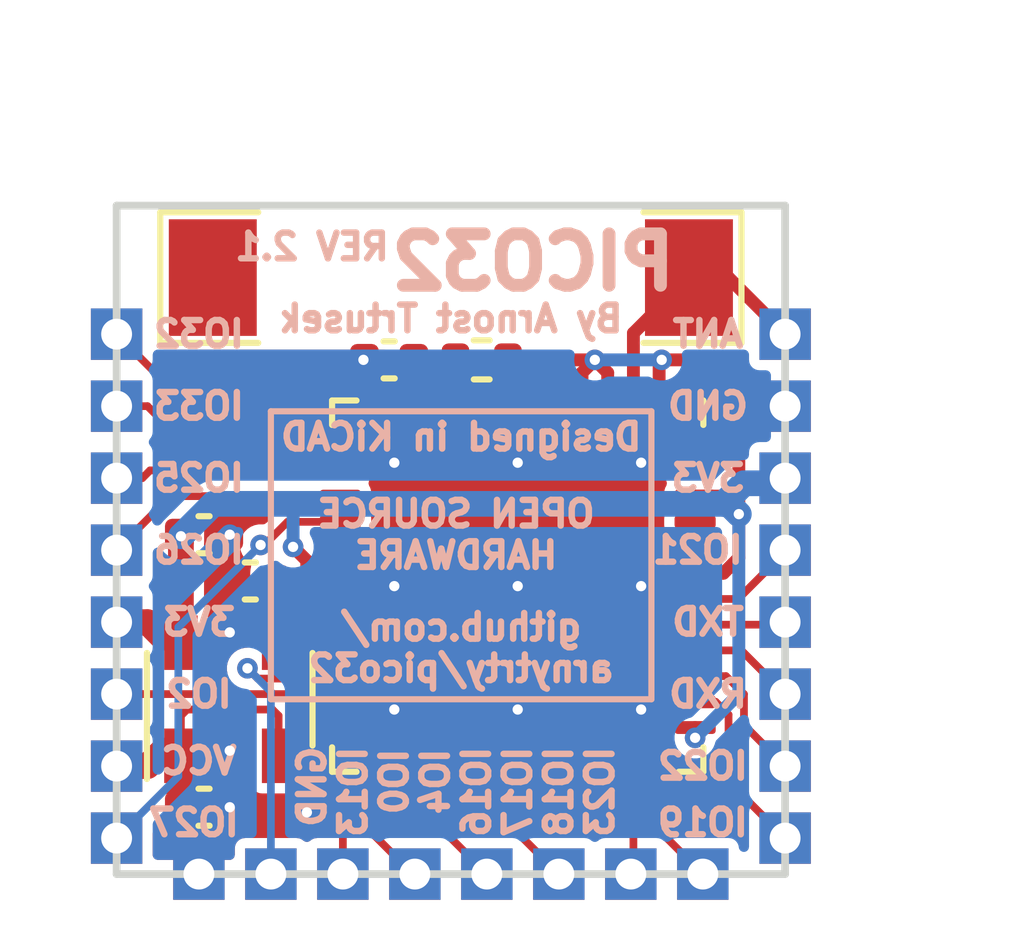
<source format=kicad_pcb>
(kicad_pcb (version 20171130) (host pcbnew "(5.1.9)-1")

  (general
    (thickness 0.8)
    (drawings 40)
    (tracks 148)
    (zones 0)
    (modules 32)
    (nets 46)
  )

  (page User 210.007 148.006)
  (title_block
    (title Pico32)
    (date 2021-05-23)
    (rev 2.2)
    (company "Arnošt Trtúšek")
  )

  (layers
    (0 F.Cu signal)
    (31 B.Cu signal)
    (32 B.Adhes user hide)
    (33 F.Adhes user hide)
    (34 B.Paste user hide)
    (35 F.Paste user hide)
    (36 B.SilkS user)
    (37 F.SilkS user)
    (38 B.Mask user)
    (39 F.Mask user)
    (40 Dwgs.User user)
    (41 Cmts.User user)
    (42 Eco1.User user hide)
    (43 Eco2.User user hide)
    (44 Edge.Cuts user)
    (45 Margin user hide)
    (46 B.CrtYd user hide)
    (47 F.CrtYd user hide)
    (48 B.Fab user hide)
    (49 F.Fab user hide)
  )

  (setup
    (last_trace_width 0.25)
    (user_trace_width 0.15)
    (user_trace_width 0.25)
    (user_trace_width 0.5)
    (trace_clearance 0.127)
    (zone_clearance 0.2)
    (zone_45_only no)
    (trace_min 0.127)
    (via_size 0.4)
    (via_drill 0.2)
    (via_min_size 0.4)
    (via_min_drill 0.2)
    (uvia_size 0.3)
    (uvia_drill 0.1)
    (uvias_allowed no)
    (uvia_min_size 0.2)
    (uvia_min_drill 0.1)
    (edge_width 0.05)
    (segment_width 0.2)
    (pcb_text_width 0.3)
    (pcb_text_size 1.5 1.5)
    (mod_edge_width 0.12)
    (mod_text_size 1 1)
    (mod_text_width 0.15)
    (pad_size 1 0.6)
    (pad_drill 0.6)
    (pad_to_mask_clearance 0)
    (aux_axis_origin 0 0)
    (visible_elements 7FFFFFFF)
    (pcbplotparams
      (layerselection 0x01030_7ffffffe)
      (usegerberextensions false)
      (usegerberattributes true)
      (usegerberadvancedattributes true)
      (creategerberjobfile true)
      (excludeedgelayer true)
      (linewidth 0.100000)
      (plotframeref false)
      (viasonmask false)
      (mode 1)
      (useauxorigin false)
      (hpglpennumber 1)
      (hpglpenspeed 20)
      (hpglpendiameter 15.000000)
      (psnegative false)
      (psa4output false)
      (plotreference true)
      (plotvalue true)
      (plotinvisibletext false)
      (padsonsilk false)
      (subtractmaskfromsilk false)
      (outputformat 3)
      (mirror false)
      (drillshape 0)
      (scaleselection 1)
      (outputdirectory ""))
  )

  (net 0 "")
  (net 1 "Net-(AE1-Pad1)")
  (net 2 GND)
  (net 3 VCC)
  (net 4 +3V3)
  (net 5 "Net-(C3-Pad1)")
  (net 6 "Net-(C4-Pad1)")
  (net 7 "Net-(U2-Pad48)")
  (net 8 "Net-(U2-Pad47)")
  (net 9 "Net-(U2-Pad45)")
  (net 10 "Net-(U2-Pad44)")
  (net 11 "Net-(U2-Pad34)")
  (net 12 "Net-(U2-Pad33)")
  (net 13 "Net-(U2-Pad32)")
  (net 14 "Net-(U2-Pad31)")
  (net 15 "Net-(U2-Pad30)")
  (net 16 "Net-(U2-Pad29)")
  (net 17 "Net-(U2-Pad28)")
  (net 18 "Net-(U2-Pad26)")
  (net 19 "Net-(U2-Pad21)")
  (net 20 "Net-(U2-Pad18)")
  (net 21 "Net-(U2-Pad17)")
  (net 22 "Net-(U2-Pad11)")
  (net 23 "Net-(U2-Pad10)")
  (net 24 "Net-(U2-Pad8)")
  (net 25 "Net-(U2-Pad7)")
  (net 26 "Net-(U2-Pad6)")
  (net 27 "Net-(U2-Pad5)")
  (net 28 TXD)
  (net 29 RXD)
  (net 30 IO0)
  (net 31 IO19)
  (net 32 IO21)
  (net 33 IO22)
  (net 34 IO23)
  (net 35 IO18)
  (net 36 IO17)
  (net 37 IO16)
  (net 38 IO4)
  (net 39 IO2)
  (net 40 IO13)
  (net 41 IO27)
  (net 42 IO26)
  (net 43 IO25)
  (net 44 IO33)
  (net 45 IO32)

  (net_class Default "This is the default net class."
    (clearance 0.127)
    (trace_width 0.25)
    (via_dia 0.4)
    (via_drill 0.2)
    (uvia_dia 0.3)
    (uvia_drill 0.1)
    (add_net +3V3)
    (add_net GND)
    (add_net IO0)
    (add_net IO13)
    (add_net IO16)
    (add_net IO17)
    (add_net IO18)
    (add_net IO19)
    (add_net IO2)
    (add_net IO21)
    (add_net IO22)
    (add_net IO23)
    (add_net IO25)
    (add_net IO26)
    (add_net IO27)
    (add_net IO32)
    (add_net IO33)
    (add_net IO4)
    (add_net "Net-(AE1-Pad1)")
    (add_net "Net-(C3-Pad1)")
    (add_net "Net-(C4-Pad1)")
    (add_net "Net-(U2-Pad10)")
    (add_net "Net-(U2-Pad11)")
    (add_net "Net-(U2-Pad17)")
    (add_net "Net-(U2-Pad18)")
    (add_net "Net-(U2-Pad21)")
    (add_net "Net-(U2-Pad26)")
    (add_net "Net-(U2-Pad28)")
    (add_net "Net-(U2-Pad29)")
    (add_net "Net-(U2-Pad30)")
    (add_net "Net-(U2-Pad31)")
    (add_net "Net-(U2-Pad32)")
    (add_net "Net-(U2-Pad33)")
    (add_net "Net-(U2-Pad34)")
    (add_net "Net-(U2-Pad44)")
    (add_net "Net-(U2-Pad45)")
    (add_net "Net-(U2-Pad47)")
    (add_net "Net-(U2-Pad48)")
    (add_net "Net-(U2-Pad5)")
    (add_net "Net-(U2-Pad6)")
    (add_net "Net-(U2-Pad7)")
    (add_net "Net-(U2-Pad8)")
    (add_net RXD)
    (add_net TXD)
    (add_net VCC)
  )

  (module Package_TO_SOT_SMD:SOT-23-5 (layer F.Cu) (tedit 5A02FF57) (tstamp 60AB6CCB)
    (at 99.2 71.6 90)
    (descr "5-pin SOT23 package")
    (tags SOT-23-5)
    (path /60AB795B)
    (attr smd)
    (fp_text reference U1 (at 0 -2.9 90) (layer F.SilkS) hide
      (effects (font (size 1 1) (thickness 0.15)))
    )
    (fp_text value TPS79333-EP (at 0 2.9 90) (layer F.Fab)
      (effects (font (size 1 1) (thickness 0.15)))
    )
    (fp_line (start 0.9 -1.55) (end 0.9 1.55) (layer F.Fab) (width 0.1))
    (fp_line (start 0.9 1.55) (end -0.9 1.55) (layer F.Fab) (width 0.1))
    (fp_line (start -0.9 -0.9) (end -0.9 1.55) (layer F.Fab) (width 0.1))
    (fp_line (start 0.9 -1.55) (end -0.25 -1.55) (layer F.Fab) (width 0.1))
    (fp_line (start -0.9 -0.9) (end -0.25 -1.55) (layer F.Fab) (width 0.1))
    (fp_line (start -1.9 1.8) (end -1.9 -1.8) (layer F.CrtYd) (width 0.05))
    (fp_line (start 1.9 1.8) (end -1.9 1.8) (layer F.CrtYd) (width 0.05))
    (fp_line (start 1.9 -1.8) (end 1.9 1.8) (layer F.CrtYd) (width 0.05))
    (fp_line (start -1.9 -1.8) (end 1.9 -1.8) (layer F.CrtYd) (width 0.05))
    (fp_line (start 0.9 -1.61) (end -1.55 -1.61) (layer F.SilkS) (width 0.12))
    (fp_line (start -0.9 1.61) (end 0.9 1.61) (layer F.SilkS) (width 0.12))
    (fp_text user %R (at 0 0) (layer F.Fab)
      (effects (font (size 0.5 0.5) (thickness 0.075)))
    )
    (pad 5 smd rect (at 1.1 -0.95 90) (size 1.06 0.65) (layers F.Cu F.Paste F.Mask)
      (net 4 +3V3))
    (pad 4 smd rect (at 1.1 0.95 90) (size 1.06 0.65) (layers F.Cu F.Paste F.Mask)
      (net 5 "Net-(C3-Pad1)"))
    (pad 3 smd rect (at -1.1 0.95 90) (size 1.06 0.65) (layers F.Cu F.Paste F.Mask)
      (net 3 VCC))
    (pad 2 smd rect (at -1.1 0 90) (size 1.06 0.65) (layers F.Cu F.Paste F.Mask)
      (net 2 GND))
    (pad 1 smd rect (at -1.1 -0.95 90) (size 1.06 0.65) (layers F.Cu F.Paste F.Mask)
      (net 3 VCC))
    (model ${KISYS3DMOD}/Package_TO_SOT_SMD.3dshapes/SOT-23-5.wrl
      (at (xyz 0 0 0))
      (scale (xyz 1 1 1))
      (rotate (xyz 0 0 0))
    )
  )

  (module Pico32:THTPad_1.0x1.0mm_Drill0.5mm (layer F.Cu) (tedit 60AA940E) (tstamp 60AB26FC)
    (at 98.6 75)
    (descr "THT rectangular pad as test Point, square 1.0mm side length, hole diameter 0.5mm")
    (tags "test point THT pad rectangle square")
    (attr virtual)
    (fp_text reference REF** (at 0 -1.448) (layer F.SilkS) hide
      (effects (font (size 1 1) (thickness 0.15)))
    )
    (fp_text value THTPad_1.0x1.0mm_Drill0.5mm (at 0 1.55) (layer F.Fab)
      (effects (font (size 1 1) (thickness 0.15)))
    )
    (fp_line (start 1 1) (end -1 1) (layer F.CrtYd) (width 0.05))
    (fp_line (start 1 1) (end 1 -1) (layer F.CrtYd) (width 0.05))
    (fp_line (start -1 -1) (end -1 1) (layer F.CrtYd) (width 0.05))
    (fp_line (start -1 -1) (end 1 -1) (layer F.CrtYd) (width 0.05))
    (fp_text user %R (at 0 -1.45) (layer F.Fab)
      (effects (font (size 1 1) (thickness 0.15)))
    )
    (pad 1 thru_hole rect (at 0 0) (size 1 1) (drill 0.6) (layers *.Cu *.Mask)
      (net 2 GND))
  )

  (module Pico32:THTPad_1.0x1.0mm_Drill0.5mm (layer F.Cu) (tedit 60AA9407) (tstamp 60AB9CD3)
    (at 101.4 75)
    (descr "THT rectangular pad as test Point, square 1.0mm side length, hole diameter 0.5mm")
    (tags "test point THT pad rectangle square")
    (attr virtual)
    (fp_text reference REF** (at 0 -1.448) (layer F.SilkS) hide
      (effects (font (size 1 1) (thickness 0.15)))
    )
    (fp_text value THTPad_1.0x1.0mm_Drill0.5mm (at 0 1.55) (layer F.Fab)
      (effects (font (size 1 1) (thickness 0.15)))
    )
    (fp_line (start 1 1) (end -1 1) (layer F.CrtYd) (width 0.05))
    (fp_line (start 1 1) (end 1 -1) (layer F.CrtYd) (width 0.05))
    (fp_line (start -1 -1) (end -1 1) (layer F.CrtYd) (width 0.05))
    (fp_line (start -1 -1) (end 1 -1) (layer F.CrtYd) (width 0.05))
    (fp_text user %R (at 0 -1.45) (layer F.Fab)
      (effects (font (size 1 1) (thickness 0.15)))
    )
    (pad 1 thru_hole rect (at 0 0) (size 1 1) (drill 0.6) (layers *.Cu *.Mask)
      (net 30 IO0))
  )

  (module Pico32:THTPad_1.0x1.0mm_Drill0.5mm (layer F.Cu) (tedit 60AA93CD) (tstamp 60AB2352)
    (at 110 64.5)
    (descr "THT rectangular pad as test Point, square 1.0mm side length, hole diameter 0.5mm")
    (tags "test point THT pad rectangle square")
    (attr virtual)
    (fp_text reference REF** (at 0 -1.448) (layer F.SilkS) hide
      (effects (font (size 1 1) (thickness 0.15)))
    )
    (fp_text value THTPad_1.0x1.0mm_Drill0.5mm (at 0 1.55) (layer F.Fab)
      (effects (font (size 1 1) (thickness 0.15)))
    )
    (fp_line (start 1 1) (end -1 1) (layer F.CrtYd) (width 0.05))
    (fp_line (start 1 1) (end 1 -1) (layer F.CrtYd) (width 0.05))
    (fp_line (start -1 -1) (end -1 1) (layer F.CrtYd) (width 0.05))
    (fp_line (start -1 -1) (end 1 -1) (layer F.CrtYd) (width 0.05))
    (fp_text user %R (at 0 -1.45) (layer F.Fab)
      (effects (font (size 1 1) (thickness 0.15)))
    )
    (pad 1 thru_hole rect (at 0 0) (size 1 1) (drill 0.6) (layers *.Cu *.Mask)
      (net 1 "Net-(AE1-Pad1)"))
  )

  (module Pico32:THTPad_1.0x1.0mm_Drill0.5mm (layer F.Cu) (tedit 60AA940A) (tstamp 60AB9C67)
    (at 100 75)
    (descr "THT rectangular pad as test Point, square 1.0mm side length, hole diameter 0.5mm")
    (tags "test point THT pad rectangle square")
    (attr virtual)
    (fp_text reference REF** (at 0 -1.448) (layer F.SilkS) hide
      (effects (font (size 1 1) (thickness 0.15)))
    )
    (fp_text value THTPad_1.0x1.0mm_Drill0.5mm (at 0 1.55) (layer F.Fab)
      (effects (font (size 1 1) (thickness 0.15)))
    )
    (fp_line (start 1 1) (end -1 1) (layer F.CrtYd) (width 0.05))
    (fp_line (start 1 1) (end 1 -1) (layer F.CrtYd) (width 0.05))
    (fp_line (start -1 -1) (end -1 1) (layer F.CrtYd) (width 0.05))
    (fp_line (start -1 -1) (end 1 -1) (layer F.CrtYd) (width 0.05))
    (fp_text user %R (at 0 -1.45) (layer F.Fab)
      (effects (font (size 1 1) (thickness 0.15)))
    )
    (pad 1 thru_hole rect (at 0 0) (size 1 1) (drill 0.6) (layers *.Cu *.Mask)
      (net 40 IO13))
  )

  (module Pico32:THTPad_1.0x1.0mm_Drill0.5mm (layer F.Cu) (tedit 60AA9403) (tstamp 60AB9CB8)
    (at 102.8 75)
    (descr "THT rectangular pad as test Point, square 1.0mm side length, hole diameter 0.5mm")
    (tags "test point THT pad rectangle square")
    (attr virtual)
    (fp_text reference REF** (at 0 -1.448) (layer F.SilkS) hide
      (effects (font (size 1 1) (thickness 0.15)))
    )
    (fp_text value THTPad_1.0x1.0mm_Drill0.5mm (at 0 1.55) (layer F.Fab)
      (effects (font (size 1 1) (thickness 0.15)))
    )
    (fp_line (start 1 1) (end -1 1) (layer F.CrtYd) (width 0.05))
    (fp_line (start 1 1) (end 1 -1) (layer F.CrtYd) (width 0.05))
    (fp_line (start -1 -1) (end -1 1) (layer F.CrtYd) (width 0.05))
    (fp_line (start -1 -1) (end 1 -1) (layer F.CrtYd) (width 0.05))
    (fp_text user %R (at 0 -1.45) (layer F.Fab)
      (effects (font (size 1 1) (thickness 0.15)))
    )
    (pad 1 thru_hole rect (at 0 0) (size 1 1) (drill 0.6) (layers *.Cu *.Mask)
      (net 38 IO4))
  )

  (module Pico32:THTPad_1.0x1.0mm_Drill0.5mm (layer F.Cu) (tedit 60AA93FF) (tstamp 60AB9C82)
    (at 104.2 75)
    (descr "THT rectangular pad as test Point, square 1.0mm side length, hole diameter 0.5mm")
    (tags "test point THT pad rectangle square")
    (attr virtual)
    (fp_text reference REF** (at 0 -1.448) (layer F.SilkS) hide
      (effects (font (size 1 1) (thickness 0.15)))
    )
    (fp_text value THTPad_1.0x1.0mm_Drill0.5mm (at 0 1.55) (layer F.Fab)
      (effects (font (size 1 1) (thickness 0.15)))
    )
    (fp_line (start 1 1) (end -1 1) (layer F.CrtYd) (width 0.05))
    (fp_line (start 1 1) (end 1 -1) (layer F.CrtYd) (width 0.05))
    (fp_line (start -1 -1) (end -1 1) (layer F.CrtYd) (width 0.05))
    (fp_line (start -1 -1) (end 1 -1) (layer F.CrtYd) (width 0.05))
    (fp_text user %R (at 0 -1.45) (layer F.Fab)
      (effects (font (size 1 1) (thickness 0.15)))
    )
    (pad 1 thru_hole rect (at 0 0) (size 1 1) (drill 0.6) (layers *.Cu *.Mask)
      (net 37 IO16))
  )

  (module Pico32:THTPad_1.0x1.0mm_Drill0.5mm (layer F.Cu) (tedit 60AA93FA) (tstamp 60AB9C9D)
    (at 105.6 75)
    (descr "THT rectangular pad as test Point, square 1.0mm side length, hole diameter 0.5mm")
    (tags "test point THT pad rectangle square")
    (attr virtual)
    (fp_text reference REF** (at 0 -1.448) (layer F.SilkS) hide
      (effects (font (size 1 1) (thickness 0.15)))
    )
    (fp_text value THTPad_1.0x1.0mm_Drill0.5mm (at 0 1.55) (layer F.Fab)
      (effects (font (size 1 1) (thickness 0.15)))
    )
    (fp_line (start 1 1) (end -1 1) (layer F.CrtYd) (width 0.05))
    (fp_line (start 1 1) (end 1 -1) (layer F.CrtYd) (width 0.05))
    (fp_line (start -1 -1) (end -1 1) (layer F.CrtYd) (width 0.05))
    (fp_line (start -1 -1) (end 1 -1) (layer F.CrtYd) (width 0.05))
    (fp_text user %R (at 0 -1.45) (layer F.Fab)
      (effects (font (size 1 1) (thickness 0.15)))
    )
    (pad 1 thru_hole rect (at 0 0) (size 1 1) (drill 0.6) (layers *.Cu *.Mask)
      (net 36 IO17))
  )

  (module Pico32:THTPad_1.0x1.0mm_Drill0.5mm (layer F.Cu) (tedit 60AA93F6) (tstamp 60AB26FC)
    (at 107 75)
    (descr "THT rectangular pad as test Point, square 1.0mm side length, hole diameter 0.5mm")
    (tags "test point THT pad rectangle square")
    (attr virtual)
    (fp_text reference REF** (at 0 -1.448) (layer F.SilkS) hide
      (effects (font (size 1 1) (thickness 0.15)))
    )
    (fp_text value THTPad_1.0x1.0mm_Drill0.5mm (at 0 1.55) (layer F.Fab)
      (effects (font (size 1 1) (thickness 0.15)))
    )
    (fp_line (start 1 1) (end -1 1) (layer F.CrtYd) (width 0.05))
    (fp_line (start 1 1) (end 1 -1) (layer F.CrtYd) (width 0.05))
    (fp_line (start -1 -1) (end -1 1) (layer F.CrtYd) (width 0.05))
    (fp_line (start -1 -1) (end 1 -1) (layer F.CrtYd) (width 0.05))
    (fp_text user %R (at 0 -1.45) (layer F.Fab)
      (effects (font (size 1 1) (thickness 0.15)))
    )
    (pad 1 thru_hole rect (at 0 0) (size 1 1) (drill 0.6) (layers *.Cu *.Mask)
      (net 35 IO18))
  )

  (module Pico32:THTPad_1.0x1.0mm_Drill0.5mm (layer F.Cu) (tedit 60AA93F3) (tstamp 60AB26FC)
    (at 108.4 75)
    (descr "THT rectangular pad as test Point, square 1.0mm side length, hole diameter 0.5mm")
    (tags "test point THT pad rectangle square")
    (attr virtual)
    (fp_text reference REF** (at 0 -1.448) (layer F.SilkS) hide
      (effects (font (size 1 1) (thickness 0.15)))
    )
    (fp_text value THTPad_1.0x1.0mm_Drill0.5mm (at 0 1.55) (layer F.Fab)
      (effects (font (size 1 1) (thickness 0.15)))
    )
    (fp_line (start 1 1) (end -1 1) (layer F.CrtYd) (width 0.05))
    (fp_line (start 1 1) (end 1 -1) (layer F.CrtYd) (width 0.05))
    (fp_line (start -1 -1) (end -1 1) (layer F.CrtYd) (width 0.05))
    (fp_line (start -1 -1) (end 1 -1) (layer F.CrtYd) (width 0.05))
    (fp_text user %R (at 0 -1.45) (layer F.Fab)
      (effects (font (size 1 1) (thickness 0.15)))
    )
    (pad 1 thru_hole rect (at 0 0) (size 1 1) (drill 0.6) (layers *.Cu *.Mask)
      (net 34 IO23))
  )

  (module Pico32:THTPad_1.0x1.0mm_Drill0.5mm (layer F.Cu) (tedit 60AA9421) (tstamp 60AB26FC)
    (at 97 70.1)
    (descr "THT rectangular pad as test Point, square 1.0mm side length, hole diameter 0.5mm")
    (tags "test point THT pad rectangle square")
    (attr virtual)
    (fp_text reference REF** (at 0 -1.448) (layer F.SilkS) hide
      (effects (font (size 1 1) (thickness 0.15)))
    )
    (fp_text value THTPad_1.0x1.0mm_Drill0.5mm (at 0 1.55) (layer F.Fab)
      (effects (font (size 1 1) (thickness 0.15)))
    )
    (fp_line (start 1 1) (end -1 1) (layer F.CrtYd) (width 0.05))
    (fp_line (start 1 1) (end 1 -1) (layer F.CrtYd) (width 0.05))
    (fp_line (start -1 -1) (end -1 1) (layer F.CrtYd) (width 0.05))
    (fp_line (start -1 -1) (end 1 -1) (layer F.CrtYd) (width 0.05))
    (fp_text user %R (at 0 -1.45) (layer F.Fab)
      (effects (font (size 1 1) (thickness 0.15)))
    )
    (pad 1 thru_hole rect (at 0 0) (size 1 1) (drill 0.6) (layers *.Cu *.Mask)
      (net 4 +3V3))
  )

  (module Pico32:THTPad_1.0x1.0mm_Drill0.5mm (layer F.Cu) (tedit 60AA9434) (tstamp 60AB258A)
    (at 97 64.5)
    (descr "THT rectangular pad as test Point, square 1.0mm side length, hole diameter 0.5mm")
    (tags "test point THT pad rectangle square")
    (attr virtual)
    (fp_text reference REF** (at 0 -1.448) (layer F.SilkS) hide
      (effects (font (size 1 1) (thickness 0.15)))
    )
    (fp_text value THTPad_1.0x1.0mm_Drill0.5mm (at 0 1.55) (layer F.Fab)
      (effects (font (size 1 1) (thickness 0.15)))
    )
    (fp_line (start 1 1) (end -1 1) (layer F.CrtYd) (width 0.05))
    (fp_line (start 1 1) (end 1 -1) (layer F.CrtYd) (width 0.05))
    (fp_line (start -1 -1) (end -1 1) (layer F.CrtYd) (width 0.05))
    (fp_line (start -1 -1) (end 1 -1) (layer F.CrtYd) (width 0.05))
    (fp_text user %R (at 0 -1.45) (layer F.Fab)
      (effects (font (size 1 1) (thickness 0.15)))
    )
    (pad 1 thru_hole rect (at 0 0) (size 1 1) (drill 0.6) (layers *.Cu *.Mask)
      (net 45 IO32))
  )

  (module Pico32:THTPad_1.0x1.0mm_Drill0.5mm (layer F.Cu) (tedit 60AA942A) (tstamp 60AB257D)
    (at 97 67.3)
    (descr "THT rectangular pad as test Point, square 1.0mm side length, hole diameter 0.5mm")
    (tags "test point THT pad rectangle square")
    (attr virtual)
    (fp_text reference REF** (at 0 -1.448) (layer F.SilkS) hide
      (effects (font (size 1 1) (thickness 0.15)))
    )
    (fp_text value THTPad_1.0x1.0mm_Drill0.5mm (at 0 1.55) (layer F.Fab)
      (effects (font (size 1 1) (thickness 0.15)))
    )
    (fp_line (start 1 1) (end -1 1) (layer F.CrtYd) (width 0.05))
    (fp_line (start 1 1) (end 1 -1) (layer F.CrtYd) (width 0.05))
    (fp_line (start -1 -1) (end -1 1) (layer F.CrtYd) (width 0.05))
    (fp_line (start -1 -1) (end 1 -1) (layer F.CrtYd) (width 0.05))
    (fp_text user %R (at 0 -1.45) (layer F.Fab)
      (effects (font (size 1 1) (thickness 0.15)))
    )
    (pad 1 thru_hole rect (at 0 0) (size 1 1) (drill 0.6) (layers *.Cu *.Mask)
      (net 43 IO25))
  )

  (module Pico32:THTPad_1.0x1.0mm_Drill0.5mm (layer F.Cu) (tedit 60AA941D) (tstamp 60AB2570)
    (at 97 71.5)
    (descr "THT rectangular pad as test Point, square 1.0mm side length, hole diameter 0.5mm")
    (tags "test point THT pad rectangle square")
    (attr virtual)
    (fp_text reference REF** (at 0 -1.448) (layer F.SilkS) hide
      (effects (font (size 1 1) (thickness 0.15)))
    )
    (fp_text value THTPad_1.0x1.0mm_Drill0.5mm (at 0 1.55) (layer F.Fab)
      (effects (font (size 1 1) (thickness 0.15)))
    )
    (fp_line (start 1 1) (end -1 1) (layer F.CrtYd) (width 0.05))
    (fp_line (start 1 1) (end 1 -1) (layer F.CrtYd) (width 0.05))
    (fp_line (start -1 -1) (end -1 1) (layer F.CrtYd) (width 0.05))
    (fp_line (start -1 -1) (end 1 -1) (layer F.CrtYd) (width 0.05))
    (fp_text user %R (at 0 -1.45) (layer F.Fab)
      (effects (font (size 1 1) (thickness 0.15)))
    )
    (pad 1 thru_hole rect (at 0 0) (size 1 1) (drill 0.6) (layers *.Cu *.Mask)
      (net 39 IO2))
  )

  (module Pico32:THTPad_1.0x1.0mm_Drill0.5mm (layer F.Cu) (tedit 60AA9418) (tstamp 60AB2563)
    (at 97 72.9)
    (descr "THT rectangular pad as test Point, square 1.0mm side length, hole diameter 0.5mm")
    (tags "test point THT pad rectangle square")
    (attr virtual)
    (fp_text reference REF** (at 0 -1.448) (layer F.SilkS) hide
      (effects (font (size 1 1) (thickness 0.15)))
    )
    (fp_text value THTPad_1.0x1.0mm_Drill0.5mm (at 0 1.55) (layer F.Fab)
      (effects (font (size 1 1) (thickness 0.15)))
    )
    (fp_line (start 1 1) (end -1 1) (layer F.CrtYd) (width 0.05))
    (fp_line (start 1 1) (end 1 -1) (layer F.CrtYd) (width 0.05))
    (fp_line (start -1 -1) (end -1 1) (layer F.CrtYd) (width 0.05))
    (fp_line (start -1 -1) (end 1 -1) (layer F.CrtYd) (width 0.05))
    (fp_text user %R (at 0 -1.45) (layer F.Fab)
      (effects (font (size 1 1) (thickness 0.15)))
    )
    (pad 1 thru_hole rect (at 0 0) (size 1 1) (drill 0.6) (layers *.Cu *.Mask)
      (net 3 VCC))
  )

  (module Pico32:THTPad_1.0x1.0mm_Drill0.5mm (layer F.Cu) (tedit 60AA9425) (tstamp 60AB2556)
    (at 97 68.7)
    (descr "THT rectangular pad as test Point, square 1.0mm side length, hole diameter 0.5mm")
    (tags "test point THT pad rectangle square")
    (attr virtual)
    (fp_text reference REF** (at 0 -1.448) (layer F.SilkS) hide
      (effects (font (size 1 1) (thickness 0.15)))
    )
    (fp_text value THTPad_1.0x1.0mm_Drill0.5mm (at 0 1.55) (layer F.Fab)
      (effects (font (size 1 1) (thickness 0.15)))
    )
    (fp_line (start 1 1) (end -1 1) (layer F.CrtYd) (width 0.05))
    (fp_line (start 1 1) (end 1 -1) (layer F.CrtYd) (width 0.05))
    (fp_line (start -1 -1) (end -1 1) (layer F.CrtYd) (width 0.05))
    (fp_line (start -1 -1) (end 1 -1) (layer F.CrtYd) (width 0.05))
    (fp_text user %R (at 0 -1.45) (layer F.Fab)
      (effects (font (size 1 1) (thickness 0.15)))
    )
    (pad 1 thru_hole rect (at 0 0) (size 1 1) (drill 0.6) (layers *.Cu *.Mask)
      (net 42 IO26))
  )

  (module Pico32:THTPad_1.0x1.0mm_Drill0.5mm (layer F.Cu) (tedit 60AA9413) (tstamp 60AB2549)
    (at 97 74.3)
    (descr "THT rectangular pad as test Point, square 1.0mm side length, hole diameter 0.5mm")
    (tags "test point THT pad rectangle square")
    (attr virtual)
    (fp_text reference REF** (at 0 -1.448) (layer F.SilkS) hide
      (effects (font (size 1 1) (thickness 0.15)))
    )
    (fp_text value THTPad_1.0x1.0mm_Drill0.5mm (at 0 1.55) (layer F.Fab)
      (effects (font (size 1 1) (thickness 0.15)))
    )
    (fp_line (start 1 1) (end -1 1) (layer F.CrtYd) (width 0.05))
    (fp_line (start 1 1) (end 1 -1) (layer F.CrtYd) (width 0.05))
    (fp_line (start -1 -1) (end -1 1) (layer F.CrtYd) (width 0.05))
    (fp_line (start -1 -1) (end 1 -1) (layer F.CrtYd) (width 0.05))
    (fp_text user %R (at 0 -1.45) (layer F.Fab)
      (effects (font (size 1 1) (thickness 0.15)))
    )
    (pad 1 thru_hole rect (at 0 0) (size 1 1) (drill 0.6) (layers *.Cu *.Mask)
      (net 41 IO27))
  )

  (module Pico32:THTPad_1.0x1.0mm_Drill0.5mm (layer F.Cu) (tedit 60AA942F) (tstamp 60AB253C)
    (at 97 65.9)
    (descr "THT rectangular pad as test Point, square 1.0mm side length, hole diameter 0.5mm")
    (tags "test point THT pad rectangle square")
    (attr virtual)
    (fp_text reference REF** (at 0 -1.448) (layer F.SilkS) hide
      (effects (font (size 1 1) (thickness 0.15)))
    )
    (fp_text value THTPad_1.0x1.0mm_Drill0.5mm (at 0 1.55) (layer F.Fab)
      (effects (font (size 1 1) (thickness 0.15)))
    )
    (fp_line (start 1 1) (end -1 1) (layer F.CrtYd) (width 0.05))
    (fp_line (start 1 1) (end 1 -1) (layer F.CrtYd) (width 0.05))
    (fp_line (start -1 -1) (end -1 1) (layer F.CrtYd) (width 0.05))
    (fp_line (start -1 -1) (end 1 -1) (layer F.CrtYd) (width 0.05))
    (fp_text user %R (at 0 -1.45) (layer F.Fab)
      (effects (font (size 1 1) (thickness 0.15)))
    )
    (pad 1 thru_hole rect (at 0 0) (size 1 1) (drill 0.6) (layers *.Cu *.Mask)
      (net 44 IO33))
  )

  (module Pico32:THTPad_1.0x1.0mm_Drill0.5mm (layer F.Cu) (tedit 60AA93D1) (tstamp 60AB2352)
    (at 110 65.9)
    (descr "THT rectangular pad as test Point, square 1.0mm side length, hole diameter 0.5mm")
    (tags "test point THT pad rectangle square")
    (attr virtual)
    (fp_text reference REF** (at 0 -1.448) (layer F.SilkS) hide
      (effects (font (size 1 1) (thickness 0.15)))
    )
    (fp_text value THTPad_1.0x1.0mm_Drill0.5mm (at 0 1.55) (layer F.Fab)
      (effects (font (size 1 1) (thickness 0.15)))
    )
    (fp_line (start 1 1) (end -1 1) (layer F.CrtYd) (width 0.05))
    (fp_line (start 1 1) (end 1 -1) (layer F.CrtYd) (width 0.05))
    (fp_line (start -1 -1) (end -1 1) (layer F.CrtYd) (width 0.05))
    (fp_line (start -1 -1) (end 1 -1) (layer F.CrtYd) (width 0.05))
    (fp_text user %R (at 0 -1.45) (layer F.Fab)
      (effects (font (size 1 1) (thickness 0.15)))
    )
    (pad 1 thru_hole rect (at 0 0) (size 1 1) (drill 0.6) (layers *.Cu *.Mask)
      (net 2 GND))
  )

  (module Pico32:THTPad_1.0x1.0mm_Drill0.5mm (layer F.Cu) (tedit 60AA93D5) (tstamp 60AB2352)
    (at 110 67.3)
    (descr "THT rectangular pad as test Point, square 1.0mm side length, hole diameter 0.5mm")
    (tags "test point THT pad rectangle square")
    (attr virtual)
    (fp_text reference REF** (at 0 -1.448) (layer F.SilkS) hide
      (effects (font (size 1 1) (thickness 0.15)))
    )
    (fp_text value THTPad_1.0x1.0mm_Drill0.5mm (at 0 1.55) (layer F.Fab)
      (effects (font (size 1 1) (thickness 0.15)))
    )
    (fp_line (start 1 1) (end -1 1) (layer F.CrtYd) (width 0.05))
    (fp_line (start 1 1) (end 1 -1) (layer F.CrtYd) (width 0.05))
    (fp_line (start -1 -1) (end -1 1) (layer F.CrtYd) (width 0.05))
    (fp_line (start -1 -1) (end 1 -1) (layer F.CrtYd) (width 0.05))
    (fp_text user %R (at 0 -1.45) (layer F.Fab)
      (effects (font (size 1 1) (thickness 0.15)))
    )
    (pad 1 thru_hole rect (at 0 0) (size 1 1) (drill 0.6) (layers *.Cu *.Mask)
      (net 4 +3V3))
  )

  (module Pico32:THTPad_1.0x1.0mm_Drill0.5mm (layer F.Cu) (tedit 60AA93D9) (tstamp 60AB2352)
    (at 110 68.7)
    (descr "THT rectangular pad as test Point, square 1.0mm side length, hole diameter 0.5mm")
    (tags "test point THT pad rectangle square")
    (attr virtual)
    (fp_text reference REF** (at 0 -1.448) (layer F.SilkS) hide
      (effects (font (size 1 1) (thickness 0.15)))
    )
    (fp_text value THTPad_1.0x1.0mm_Drill0.5mm (at 0 1.55) (layer F.Fab)
      (effects (font (size 1 1) (thickness 0.15)))
    )
    (fp_line (start 1 1) (end -1 1) (layer F.CrtYd) (width 0.05))
    (fp_line (start 1 1) (end 1 -1) (layer F.CrtYd) (width 0.05))
    (fp_line (start -1 -1) (end -1 1) (layer F.CrtYd) (width 0.05))
    (fp_line (start -1 -1) (end 1 -1) (layer F.CrtYd) (width 0.05))
    (fp_text user %R (at 0 -1.45) (layer F.Fab)
      (effects (font (size 1 1) (thickness 0.15)))
    )
    (pad 1 thru_hole rect (at 0 0) (size 1 1) (drill 0.6) (layers *.Cu *.Mask)
      (net 32 IO21))
  )

  (module Pico32:THTPad_1.0x1.0mm_Drill0.5mm (layer F.Cu) (tedit 60AA93E0) (tstamp 60AB2352)
    (at 110 70.1)
    (descr "THT rectangular pad as test Point, square 1.0mm side length, hole diameter 0.5mm")
    (tags "test point THT pad rectangle square")
    (attr virtual)
    (fp_text reference REF** (at 0 -1.448) (layer F.SilkS) hide
      (effects (font (size 1 1) (thickness 0.15)))
    )
    (fp_text value THTPad_1.0x1.0mm_Drill0.5mm (at 0 1.55) (layer F.Fab)
      (effects (font (size 1 1) (thickness 0.15)))
    )
    (fp_line (start 1 1) (end -1 1) (layer F.CrtYd) (width 0.05))
    (fp_line (start 1 1) (end 1 -1) (layer F.CrtYd) (width 0.05))
    (fp_line (start -1 -1) (end -1 1) (layer F.CrtYd) (width 0.05))
    (fp_line (start -1 -1) (end 1 -1) (layer F.CrtYd) (width 0.05))
    (fp_text user %R (at 0 -1.45) (layer F.Fab)
      (effects (font (size 1 1) (thickness 0.15)))
    )
    (pad 1 thru_hole rect (at 0 0) (size 1 1) (drill 0.6) (layers *.Cu *.Mask)
      (net 28 TXD))
  )

  (module Pico32:THTPad_1.0x1.0mm_Drill0.5mm (layer F.Cu) (tedit 60AA93E6) (tstamp 60AB2352)
    (at 110 71.5)
    (descr "THT rectangular pad as test Point, square 1.0mm side length, hole diameter 0.5mm")
    (tags "test point THT pad rectangle square")
    (attr virtual)
    (fp_text reference REF** (at 0 -1.448) (layer F.SilkS) hide
      (effects (font (size 1 1) (thickness 0.15)))
    )
    (fp_text value THTPad_1.0x1.0mm_Drill0.5mm (at 0 1.55) (layer F.Fab)
      (effects (font (size 1 1) (thickness 0.15)))
    )
    (fp_line (start 1 1) (end -1 1) (layer F.CrtYd) (width 0.05))
    (fp_line (start 1 1) (end 1 -1) (layer F.CrtYd) (width 0.05))
    (fp_line (start -1 -1) (end -1 1) (layer F.CrtYd) (width 0.05))
    (fp_line (start -1 -1) (end 1 -1) (layer F.CrtYd) (width 0.05))
    (fp_text user %R (at 0 -1.45) (layer F.Fab)
      (effects (font (size 1 1) (thickness 0.15)))
    )
    (pad 1 thru_hole rect (at 0 0) (size 1 1) (drill 0.6) (layers *.Cu *.Mask)
      (net 29 RXD))
  )

  (module Pico32:THTPad_1.0x1.0mm_Drill0.5mm (layer F.Cu) (tedit 60AA93EA) (tstamp 60AB2352)
    (at 110 72.9)
    (descr "THT rectangular pad as test Point, square 1.0mm side length, hole diameter 0.5mm")
    (tags "test point THT pad rectangle square")
    (attr virtual)
    (fp_text reference REF** (at 0 -1.448) (layer F.SilkS) hide
      (effects (font (size 1 1) (thickness 0.15)))
    )
    (fp_text value THTPad_1.0x1.0mm_Drill0.5mm (at 0 1.55) (layer F.Fab)
      (effects (font (size 1 1) (thickness 0.15)))
    )
    (fp_line (start 1 1) (end -1 1) (layer F.CrtYd) (width 0.05))
    (fp_line (start 1 1) (end 1 -1) (layer F.CrtYd) (width 0.05))
    (fp_line (start -1 -1) (end -1 1) (layer F.CrtYd) (width 0.05))
    (fp_line (start -1 -1) (end 1 -1) (layer F.CrtYd) (width 0.05))
    (fp_text user %R (at 0 -1.45) (layer F.Fab)
      (effects (font (size 1 1) (thickness 0.15)))
    )
    (pad 1 thru_hole rect (at 0 0) (size 1 1) (drill 0.6) (layers *.Cu *.Mask)
      (net 33 IO22))
  )

  (module Pico32:THTPad_1.0x1.0mm_Drill0.5mm (layer F.Cu) (tedit 60AA93EE) (tstamp 60AB230C)
    (at 110 74.3)
    (descr "THT rectangular pad as test Point, square 1.0mm side length, hole diameter 0.5mm")
    (tags "test point THT pad rectangle square")
    (attr virtual)
    (fp_text reference REF** (at 0 -1.448) (layer F.SilkS) hide
      (effects (font (size 1 1) (thickness 0.15)))
    )
    (fp_text value THTPad_1.0x1.0mm_Drill0.5mm (at 0 1.55) (layer F.Fab)
      (effects (font (size 1 1) (thickness 0.15)))
    )
    (fp_line (start 1 1) (end -1 1) (layer F.CrtYd) (width 0.05))
    (fp_line (start 1 1) (end 1 -1) (layer F.CrtYd) (width 0.05))
    (fp_line (start -1 -1) (end -1 1) (layer F.CrtYd) (width 0.05))
    (fp_line (start -1 -1) (end 1 -1) (layer F.CrtYd) (width 0.05))
    (fp_text user %R (at 0 -1.45) (layer F.Fab)
      (effects (font (size 1 1) (thickness 0.15)))
    )
    (pad 1 thru_hole rect (at 0 0) (size 1 1) (drill 0.6) (layers *.Cu *.Mask)
      (net 31 IO19))
  )

  (module Pico32:AN9520-245 (layer F.Cu) (tedit 60AA72FD) (tstamp 60AB14A4)
    (at 103.5 63.4 180)
    (path /60AB3408)
    (fp_text reference AE1 (at 0 2.0955) (layer F.SilkS) hide
      (effects (font (size 1 1) (thickness 0.15)))
    )
    (fp_text value Antenna (at 0 -1.9685) (layer F.Fab)
      (effects (font (size 1 1) (thickness 0.15)))
    )
    (fp_line (start -5.7912 1.4224) (end -5.7912 -1.4224) (layer F.CrtYd) (width 0.05))
    (fp_line (start 5.7912 1.4224) (end -5.7912 1.4224) (layer F.CrtYd) (width 0.05))
    (fp_line (start 5.7912 -1.4224) (end 5.7912 1.4224) (layer F.CrtYd) (width 0.05))
    (fp_line (start -5.7912 -1.4224) (end 5.7912 -1.4224) (layer F.CrtYd) (width 0.05))
    (fp_line (start 5.6515 1.27) (end 3.7465 1.27) (layer F.SilkS) (width 0.12))
    (fp_line (start 5.6515 -1.27) (end 5.6515 1.27) (layer F.SilkS) (width 0.12))
    (fp_line (start 3.7465 -1.27) (end 5.6515 -1.27) (layer F.SilkS) (width 0.12))
    (fp_line (start -5.6515 1.27) (end -3.7465 1.27) (layer F.SilkS) (width 0.12))
    (fp_line (start -5.6515 -1.27) (end -5.6515 1.27) (layer F.SilkS) (width 0.12))
    (fp_line (start -3.7465 -1.27) (end -5.6515 -1.27) (layer F.SilkS) (width 0.12))
    (pad 1 smd rect (at -4.63 0 180) (size 1.71 2.268) (layers F.Cu F.Paste F.Mask)
      (net 1 "Net-(AE1-Pad1)"))
    (pad 2 smd rect (at 4.63 0 180) (size 1.71 2.268) (layers F.Cu F.Paste F.Mask))
    (model ${KIPRJMOD}/Pico32.pretty/AN9520.STEP
      (at (xyz 0 0 0))
      (scale (xyz 1 1 1))
      (rotate (xyz -90 0 0))
    )
  )

  (module Package_DFN_QFN:QFN-48-1EP_7x7mm_P0.5mm_EP5.3x5.3mm (layer F.Cu) (tedit 5DC5F6A5) (tstamp 60AB17A3)
    (at 104.8 69.4 270)
    (descr "QFN, 48 Pin (https://www.trinamic.com/fileadmin/assets/Products/ICs_Documents/TMC2041_datasheet.pdf#page=62), generated with kicad-footprint-generator ipc_noLead_generator.py")
    (tags "QFN NoLead")
    (path /60AA679C)
    (attr smd)
    (fp_text reference U2 (at 0 -4.8 90) (layer F.SilkS) hide
      (effects (font (size 1 1) (thickness 0.15)))
    )
    (fp_text value ESP32-PICO-D4 (at 0 4.8 90) (layer F.Fab)
      (effects (font (size 1 1) (thickness 0.15)))
    )
    (fp_line (start 4.1 -4.1) (end -4.1 -4.1) (layer F.CrtYd) (width 0.05))
    (fp_line (start 4.1 4.1) (end 4.1 -4.1) (layer F.CrtYd) (width 0.05))
    (fp_line (start -4.1 4.1) (end 4.1 4.1) (layer F.CrtYd) (width 0.05))
    (fp_line (start -4.1 -4.1) (end -4.1 4.1) (layer F.CrtYd) (width 0.05))
    (fp_line (start -3.5 -2.5) (end -2.5 -3.5) (layer F.Fab) (width 0.1))
    (fp_line (start -3.5 3.5) (end -3.5 -2.5) (layer F.Fab) (width 0.1))
    (fp_line (start 3.5 3.5) (end -3.5 3.5) (layer F.Fab) (width 0.1))
    (fp_line (start 3.5 -3.5) (end 3.5 3.5) (layer F.Fab) (width 0.1))
    (fp_line (start -2.5 -3.5) (end 3.5 -3.5) (layer F.Fab) (width 0.1))
    (fp_line (start -3.135 -3.61) (end -3.61 -3.61) (layer F.SilkS) (width 0.12))
    (fp_line (start 3.61 3.61) (end 3.61 3.135) (layer F.SilkS) (width 0.12))
    (fp_line (start 3.135 3.61) (end 3.61 3.61) (layer F.SilkS) (width 0.12))
    (fp_line (start -3.61 3.61) (end -3.61 3.135) (layer F.SilkS) (width 0.12))
    (fp_line (start -3.135 3.61) (end -3.61 3.61) (layer F.SilkS) (width 0.12))
    (fp_line (start 3.61 -3.61) (end 3.61 -3.135) (layer F.SilkS) (width 0.12))
    (fp_line (start 3.135 -3.61) (end 3.61 -3.61) (layer F.SilkS) (width 0.12))
    (fp_text user %R (at 0 0 90) (layer F.Fab)
      (effects (font (size 1 1) (thickness 0.15)))
    )
    (pad "" smd roundrect (at 1.98 1.98 270) (size 1.07 1.07) (layers F.Paste) (roundrect_rratio 0.233645))
    (pad "" smd roundrect (at 1.98 0.66 270) (size 1.07 1.07) (layers F.Paste) (roundrect_rratio 0.233645))
    (pad "" smd roundrect (at 1.98 -0.66 270) (size 1.07 1.07) (layers F.Paste) (roundrect_rratio 0.233645))
    (pad "" smd roundrect (at 1.98 -1.98 270) (size 1.07 1.07) (layers F.Paste) (roundrect_rratio 0.233645))
    (pad "" smd roundrect (at 0.66 1.98 270) (size 1.07 1.07) (layers F.Paste) (roundrect_rratio 0.233645))
    (pad "" smd roundrect (at 0.66 0.66 270) (size 1.07 1.07) (layers F.Paste) (roundrect_rratio 0.233645))
    (pad "" smd roundrect (at 0.66 -0.66 270) (size 1.07 1.07) (layers F.Paste) (roundrect_rratio 0.233645))
    (pad "" smd roundrect (at 0.66 -1.98 270) (size 1.07 1.07) (layers F.Paste) (roundrect_rratio 0.233645))
    (pad "" smd roundrect (at -0.66 1.98 270) (size 1.07 1.07) (layers F.Paste) (roundrect_rratio 0.233645))
    (pad "" smd roundrect (at -0.66 0.66 270) (size 1.07 1.07) (layers F.Paste) (roundrect_rratio 0.233645))
    (pad "" smd roundrect (at -0.66 -0.66 270) (size 1.07 1.07) (layers F.Paste) (roundrect_rratio 0.233645))
    (pad "" smd roundrect (at -0.66 -1.98 270) (size 1.07 1.07) (layers F.Paste) (roundrect_rratio 0.233645))
    (pad "" smd roundrect (at -1.98 1.98 270) (size 1.07 1.07) (layers F.Paste) (roundrect_rratio 0.233645))
    (pad "" smd roundrect (at -1.98 0.66 270) (size 1.07 1.07) (layers F.Paste) (roundrect_rratio 0.233645))
    (pad "" smd roundrect (at -1.98 -0.66 270) (size 1.07 1.07) (layers F.Paste) (roundrect_rratio 0.233645))
    (pad "" smd roundrect (at -1.98 -1.98 270) (size 1.07 1.07) (layers F.Paste) (roundrect_rratio 0.233645))
    (pad 49 smd rect (at 0 0 270) (size 5.3 5.3) (layers F.Cu F.Mask)
      (net 2 GND))
    (pad 48 smd roundrect (at -2.75 -3.45 270) (size 0.25 0.8) (layers F.Cu F.Paste F.Mask) (roundrect_rratio 0.25)
      (net 7 "Net-(U2-Pad48)"))
    (pad 47 smd roundrect (at -2.25 -3.45 270) (size 0.25 0.8) (layers F.Cu F.Paste F.Mask) (roundrect_rratio 0.25)
      (net 8 "Net-(U2-Pad47)"))
    (pad 46 smd roundrect (at -1.75 -3.45 270) (size 0.25 0.8) (layers F.Cu F.Paste F.Mask) (roundrect_rratio 0.25)
      (net 4 +3V3))
    (pad 45 smd roundrect (at -1.25 -3.45 270) (size 0.25 0.8) (layers F.Cu F.Paste F.Mask) (roundrect_rratio 0.25)
      (net 9 "Net-(U2-Pad45)"))
    (pad 44 smd roundrect (at -0.75 -3.45 270) (size 0.25 0.8) (layers F.Cu F.Paste F.Mask) (roundrect_rratio 0.25)
      (net 10 "Net-(U2-Pad44)"))
    (pad 43 smd roundrect (at -0.25 -3.45 270) (size 0.25 0.8) (layers F.Cu F.Paste F.Mask) (roundrect_rratio 0.25)
      (net 4 +3V3))
    (pad 42 smd roundrect (at 0.25 -3.45 270) (size 0.25 0.8) (layers F.Cu F.Paste F.Mask) (roundrect_rratio 0.25)
      (net 32 IO21))
    (pad 41 smd roundrect (at 0.75 -3.45 270) (size 0.25 0.8) (layers F.Cu F.Paste F.Mask) (roundrect_rratio 0.25)
      (net 28 TXD))
    (pad 40 smd roundrect (at 1.25 -3.45 270) (size 0.25 0.8) (layers F.Cu F.Paste F.Mask) (roundrect_rratio 0.25)
      (net 29 RXD))
    (pad 39 smd roundrect (at 1.75 -3.45 270) (size 0.25 0.8) (layers F.Cu F.Paste F.Mask) (roundrect_rratio 0.25)
      (net 33 IO22))
    (pad 38 smd roundrect (at 2.25 -3.45 270) (size 0.25 0.8) (layers F.Cu F.Paste F.Mask) (roundrect_rratio 0.25)
      (net 31 IO19))
    (pad 37 smd roundrect (at 2.75 -3.45 270) (size 0.25 0.8) (layers F.Cu F.Paste F.Mask) (roundrect_rratio 0.25)
      (net 4 +3V3))
    (pad 36 smd roundrect (at 3.45 -2.75 270) (size 0.8 0.25) (layers F.Cu F.Paste F.Mask) (roundrect_rratio 0.25)
      (net 34 IO23))
    (pad 35 smd roundrect (at 3.45 -2.25 270) (size 0.8 0.25) (layers F.Cu F.Paste F.Mask) (roundrect_rratio 0.25)
      (net 35 IO18))
    (pad 34 smd roundrect (at 3.45 -1.75 270) (size 0.8 0.25) (layers F.Cu F.Paste F.Mask) (roundrect_rratio 0.25)
      (net 11 "Net-(U2-Pad34)"))
    (pad 33 smd roundrect (at 3.45 -1.25 270) (size 0.8 0.25) (layers F.Cu F.Paste F.Mask) (roundrect_rratio 0.25)
      (net 12 "Net-(U2-Pad33)"))
    (pad 32 smd roundrect (at 3.45 -0.75 270) (size 0.8 0.25) (layers F.Cu F.Paste F.Mask) (roundrect_rratio 0.25)
      (net 13 "Net-(U2-Pad32)"))
    (pad 31 smd roundrect (at 3.45 -0.25 270) (size 0.8 0.25) (layers F.Cu F.Paste F.Mask) (roundrect_rratio 0.25)
      (net 14 "Net-(U2-Pad31)"))
    (pad 30 smd roundrect (at 3.45 0.25 270) (size 0.8 0.25) (layers F.Cu F.Paste F.Mask) (roundrect_rratio 0.25)
      (net 15 "Net-(U2-Pad30)"))
    (pad 29 smd roundrect (at 3.45 0.75 270) (size 0.8 0.25) (layers F.Cu F.Paste F.Mask) (roundrect_rratio 0.25)
      (net 16 "Net-(U2-Pad29)"))
    (pad 28 smd roundrect (at 3.45 1.25 270) (size 0.8 0.25) (layers F.Cu F.Paste F.Mask) (roundrect_rratio 0.25)
      (net 17 "Net-(U2-Pad28)"))
    (pad 27 smd roundrect (at 3.45 1.75 270) (size 0.8 0.25) (layers F.Cu F.Paste F.Mask) (roundrect_rratio 0.25)
      (net 36 IO17))
    (pad 26 smd roundrect (at 3.45 2.25 270) (size 0.8 0.25) (layers F.Cu F.Paste F.Mask) (roundrect_rratio 0.25)
      (net 18 "Net-(U2-Pad26)"))
    (pad 25 smd roundrect (at 3.45 2.75 270) (size 0.8 0.25) (layers F.Cu F.Paste F.Mask) (roundrect_rratio 0.25)
      (net 37 IO16))
    (pad 24 smd roundrect (at 2.75 3.45 270) (size 0.25 0.8) (layers F.Cu F.Paste F.Mask) (roundrect_rratio 0.25)
      (net 38 IO4))
    (pad 23 smd roundrect (at 2.25 3.45 270) (size 0.25 0.8) (layers F.Cu F.Paste F.Mask) (roundrect_rratio 0.25)
      (net 30 IO0))
    (pad 22 smd roundrect (at 1.75 3.45 270) (size 0.25 0.8) (layers F.Cu F.Paste F.Mask) (roundrect_rratio 0.25)
      (net 39 IO2))
    (pad 21 smd roundrect (at 1.25 3.45 270) (size 0.25 0.8) (layers F.Cu F.Paste F.Mask) (roundrect_rratio 0.25)
      (net 19 "Net-(U2-Pad21)"))
    (pad 20 smd roundrect (at 0.75 3.45 270) (size 0.25 0.8) (layers F.Cu F.Paste F.Mask) (roundrect_rratio 0.25)
      (net 40 IO13))
    (pad 19 smd roundrect (at 0.25 3.45 270) (size 0.25 0.8) (layers F.Cu F.Paste F.Mask) (roundrect_rratio 0.25)
      (net 4 +3V3))
    (pad 18 smd roundrect (at -0.25 3.45 270) (size 0.25 0.8) (layers F.Cu F.Paste F.Mask) (roundrect_rratio 0.25)
      (net 20 "Net-(U2-Pad18)"))
    (pad 17 smd roundrect (at -0.75 3.45 270) (size 0.25 0.8) (layers F.Cu F.Paste F.Mask) (roundrect_rratio 0.25)
      (net 21 "Net-(U2-Pad17)"))
    (pad 16 smd roundrect (at -1.25 3.45 270) (size 0.25 0.8) (layers F.Cu F.Paste F.Mask) (roundrect_rratio 0.25)
      (net 41 IO27))
    (pad 15 smd roundrect (at -1.75 3.45 270) (size 0.25 0.8) (layers F.Cu F.Paste F.Mask) (roundrect_rratio 0.25)
      (net 42 IO26))
    (pad 14 smd roundrect (at -2.25 3.45 270) (size 0.25 0.8) (layers F.Cu F.Paste F.Mask) (roundrect_rratio 0.25)
      (net 43 IO25))
    (pad 13 smd roundrect (at -2.75 3.45 270) (size 0.25 0.8) (layers F.Cu F.Paste F.Mask) (roundrect_rratio 0.25)
      (net 44 IO33))
    (pad 12 smd roundrect (at -3.45 2.75 270) (size 0.8 0.25) (layers F.Cu F.Paste F.Mask) (roundrect_rratio 0.25)
      (net 45 IO32))
    (pad 11 smd roundrect (at -3.45 2.25 270) (size 0.8 0.25) (layers F.Cu F.Paste F.Mask) (roundrect_rratio 0.25)
      (net 22 "Net-(U2-Pad11)"))
    (pad 10 smd roundrect (at -3.45 1.75 270) (size 0.8 0.25) (layers F.Cu F.Paste F.Mask) (roundrect_rratio 0.25)
      (net 23 "Net-(U2-Pad10)"))
    (pad 9 smd roundrect (at -3.45 1.25 270) (size 0.8 0.25) (layers F.Cu F.Paste F.Mask) (roundrect_rratio 0.25)
      (net 6 "Net-(C4-Pad1)"))
    (pad 8 smd roundrect (at -3.45 0.75 270) (size 0.8 0.25) (layers F.Cu F.Paste F.Mask) (roundrect_rratio 0.25)
      (net 24 "Net-(U2-Pad8)"))
    (pad 7 smd roundrect (at -3.45 0.25 270) (size 0.8 0.25) (layers F.Cu F.Paste F.Mask) (roundrect_rratio 0.25)
      (net 25 "Net-(U2-Pad7)"))
    (pad 6 smd roundrect (at -3.45 -0.25 270) (size 0.8 0.25) (layers F.Cu F.Paste F.Mask) (roundrect_rratio 0.25)
      (net 26 "Net-(U2-Pad6)"))
    (pad 5 smd roundrect (at -3.45 -0.75 270) (size 0.8 0.25) (layers F.Cu F.Paste F.Mask) (roundrect_rratio 0.25)
      (net 27 "Net-(U2-Pad5)"))
    (pad 4 smd roundrect (at -3.45 -1.25 270) (size 0.8 0.25) (layers F.Cu F.Paste F.Mask) (roundrect_rratio 0.25)
      (net 4 +3V3))
    (pad 3 smd roundrect (at -3.45 -1.75 270) (size 0.8 0.25) (layers F.Cu F.Paste F.Mask) (roundrect_rratio 0.25)
      (net 4 +3V3))
    (pad 2 smd roundrect (at -3.45 -2.25 270) (size 0.8 0.25) (layers F.Cu F.Paste F.Mask) (roundrect_rratio 0.25)
      (net 1 "Net-(AE1-Pad1)"))
    (pad 1 smd roundrect (at -3.45 -2.75 270) (size 0.8 0.25) (layers F.Cu F.Paste F.Mask) (roundrect_rratio 0.25)
      (net 4 +3V3))
    (model ${KISYS3DMOD}/Package_DFN_QFN.3dshapes/QFN-48-1EP_7x7mm_P0.5mm_EP5.3x5.3mm.wrl
      (at (xyz 0 0 0))
      (scale (xyz 1 1 1))
      (rotate (xyz 0 0 0))
    )
  )

  (module Resistor_SMD:R_0402_1005Metric (layer F.Cu) (tedit 5F68FEEE) (tstamp 60AB169E)
    (at 104.1 65 180)
    (descr "Resistor SMD 0402 (1005 Metric), square (rectangular) end terminal, IPC_7351 nominal, (Body size source: IPC-SM-782 page 72, https://www.pcb-3d.com/wordpress/wp-content/uploads/ipc-sm-782a_amendment_1_and_2.pdf), generated with kicad-footprint-generator")
    (tags resistor)
    (path /60AD6A7E)
    (attr smd)
    (fp_text reference R1 (at 0 -1.17) (layer F.SilkS) hide
      (effects (font (size 1 1) (thickness 0.15)))
    )
    (fp_text value 1k (at 0 1.17) (layer F.Fab)
      (effects (font (size 1 1) (thickness 0.15)))
    )
    (fp_line (start 0.93 0.47) (end -0.93 0.47) (layer F.CrtYd) (width 0.05))
    (fp_line (start 0.93 -0.47) (end 0.93 0.47) (layer F.CrtYd) (width 0.05))
    (fp_line (start -0.93 -0.47) (end 0.93 -0.47) (layer F.CrtYd) (width 0.05))
    (fp_line (start -0.93 0.47) (end -0.93 -0.47) (layer F.CrtYd) (width 0.05))
    (fp_line (start -0.153641 0.38) (end 0.153641 0.38) (layer F.SilkS) (width 0.12))
    (fp_line (start -0.153641 -0.38) (end 0.153641 -0.38) (layer F.SilkS) (width 0.12))
    (fp_line (start 0.525 0.27) (end -0.525 0.27) (layer F.Fab) (width 0.1))
    (fp_line (start 0.525 -0.27) (end 0.525 0.27) (layer F.Fab) (width 0.1))
    (fp_line (start -0.525 -0.27) (end 0.525 -0.27) (layer F.Fab) (width 0.1))
    (fp_line (start -0.525 0.27) (end -0.525 -0.27) (layer F.Fab) (width 0.1))
    (fp_text user %R (at 0 0) (layer F.Fab)
      (effects (font (size 0.26 0.26) (thickness 0.04)))
    )
    (pad 2 smd roundrect (at 0.51 0 180) (size 0.54 0.64) (layers F.Cu F.Paste F.Mask) (roundrect_rratio 0.25)
      (net 6 "Net-(C4-Pad1)"))
    (pad 1 smd roundrect (at -0.51 0 180) (size 0.54 0.64) (layers F.Cu F.Paste F.Mask) (roundrect_rratio 0.25)
      (net 4 +3V3))
    (model ${KISYS3DMOD}/Resistor_SMD.3dshapes/R_0402_1005Metric.wrl
      (at (xyz 0 0 0))
      (scale (xyz 1 1 1))
      (rotate (xyz 0 0 0))
    )
  )

  (module Capacitor_SMD:C_0402_1005Metric (layer F.Cu) (tedit 5F68FEEE) (tstamp 60AB172E)
    (at 102.3 65 180)
    (descr "Capacitor SMD 0402 (1005 Metric), square (rectangular) end terminal, IPC_7351 nominal, (Body size source: IPC-SM-782 page 76, https://www.pcb-3d.com/wordpress/wp-content/uploads/ipc-sm-782a_amendment_1_and_2.pdf), generated with kicad-footprint-generator")
    (tags capacitor)
    (path /60AD254A)
    (attr smd)
    (fp_text reference C4 (at 0 -1.16) (layer F.SilkS) hide
      (effects (font (size 1 1) (thickness 0.15)))
    )
    (fp_text value 1uF (at 0 1.16) (layer F.Fab)
      (effects (font (size 1 1) (thickness 0.15)))
    )
    (fp_line (start 0.91 0.46) (end -0.91 0.46) (layer F.CrtYd) (width 0.05))
    (fp_line (start 0.91 -0.46) (end 0.91 0.46) (layer F.CrtYd) (width 0.05))
    (fp_line (start -0.91 -0.46) (end 0.91 -0.46) (layer F.CrtYd) (width 0.05))
    (fp_line (start -0.91 0.46) (end -0.91 -0.46) (layer F.CrtYd) (width 0.05))
    (fp_line (start -0.107836 0.36) (end 0.107836 0.36) (layer F.SilkS) (width 0.12))
    (fp_line (start -0.107836 -0.36) (end 0.107836 -0.36) (layer F.SilkS) (width 0.12))
    (fp_line (start 0.5 0.25) (end -0.5 0.25) (layer F.Fab) (width 0.1))
    (fp_line (start 0.5 -0.25) (end 0.5 0.25) (layer F.Fab) (width 0.1))
    (fp_line (start -0.5 -0.25) (end 0.5 -0.25) (layer F.Fab) (width 0.1))
    (fp_line (start -0.5 0.25) (end -0.5 -0.25) (layer F.Fab) (width 0.1))
    (fp_text user %R (at 0 0) (layer F.Fab)
      (effects (font (size 0.25 0.25) (thickness 0.04)))
    )
    (pad 2 smd roundrect (at 0.48 0 180) (size 0.56 0.62) (layers F.Cu F.Paste F.Mask) (roundrect_rratio 0.25)
      (net 2 GND))
    (pad 1 smd roundrect (at -0.48 0 180) (size 0.56 0.62) (layers F.Cu F.Paste F.Mask) (roundrect_rratio 0.25)
      (net 6 "Net-(C4-Pad1)"))
    (model ${KISYS3DMOD}/Capacitor_SMD.3dshapes/C_0402_1005Metric.wrl
      (at (xyz 0 0 0))
      (scale (xyz 1 1 1))
      (rotate (xyz 0 0 0))
    )
  )

  (module Capacitor_SMD:C_0402_1005Metric (layer F.Cu) (tedit 5F68FEEE) (tstamp 60AB16CE)
    (at 99.6 69.3 180)
    (descr "Capacitor SMD 0402 (1005 Metric), square (rectangular) end terminal, IPC_7351 nominal, (Body size source: IPC-SM-782 page 76, https://www.pcb-3d.com/wordpress/wp-content/uploads/ipc-sm-782a_amendment_1_and_2.pdf), generated with kicad-footprint-generator")
    (tags capacitor)
    (path /60AE04CA)
    (attr smd)
    (fp_text reference C3 (at 0 -1.16) (layer F.SilkS) hide
      (effects (font (size 1 1) (thickness 0.15)))
    )
    (fp_text value 10nF (at 0 1.16) (layer F.Fab)
      (effects (font (size 1 1) (thickness 0.15)))
    )
    (fp_line (start 0.91 0.46) (end -0.91 0.46) (layer F.CrtYd) (width 0.05))
    (fp_line (start 0.91 -0.46) (end 0.91 0.46) (layer F.CrtYd) (width 0.05))
    (fp_line (start -0.91 -0.46) (end 0.91 -0.46) (layer F.CrtYd) (width 0.05))
    (fp_line (start -0.91 0.46) (end -0.91 -0.46) (layer F.CrtYd) (width 0.05))
    (fp_line (start -0.107836 0.36) (end 0.107836 0.36) (layer F.SilkS) (width 0.12))
    (fp_line (start -0.107836 -0.36) (end 0.107836 -0.36) (layer F.SilkS) (width 0.12))
    (fp_line (start 0.5 0.25) (end -0.5 0.25) (layer F.Fab) (width 0.1))
    (fp_line (start 0.5 -0.25) (end 0.5 0.25) (layer F.Fab) (width 0.1))
    (fp_line (start -0.5 -0.25) (end 0.5 -0.25) (layer F.Fab) (width 0.1))
    (fp_line (start -0.5 0.25) (end -0.5 -0.25) (layer F.Fab) (width 0.1))
    (fp_text user %R (at 0 0) (layer F.Fab)
      (effects (font (size 0.25 0.25) (thickness 0.04)))
    )
    (pad 2 smd roundrect (at 0.48 0 180) (size 0.56 0.62) (layers F.Cu F.Paste F.Mask) (roundrect_rratio 0.25)
      (net 2 GND))
    (pad 1 smd roundrect (at -0.48 0 180) (size 0.56 0.62) (layers F.Cu F.Paste F.Mask) (roundrect_rratio 0.25)
      (net 5 "Net-(C3-Pad1)"))
    (model ${KISYS3DMOD}/Capacitor_SMD.3dshapes/C_0402_1005Metric.wrl
      (at (xyz 0 0 0))
      (scale (xyz 1 1 1))
      (rotate (xyz 0 0 0))
    )
  )

  (module Capacitor_SMD:C_0402_1005Metric (layer F.Cu) (tedit 5F68FEEE) (tstamp 60AB2B5B)
    (at 98.7 68.4)
    (descr "Capacitor SMD 0402 (1005 Metric), square (rectangular) end terminal, IPC_7351 nominal, (Body size source: IPC-SM-782 page 76, https://www.pcb-3d.com/wordpress/wp-content/uploads/ipc-sm-782a_amendment_1_and_2.pdf), generated with kicad-footprint-generator")
    (tags capacitor)
    (path /60ACEC07)
    (attr smd)
    (fp_text reference C2 (at 0 -1.16) (layer F.SilkS) hide
      (effects (font (size 1 1) (thickness 0.15)))
    )
    (fp_text value 1uF (at 0 1.16) (layer F.Fab)
      (effects (font (size 1 1) (thickness 0.15)))
    )
    (fp_line (start 0.91 0.46) (end -0.91 0.46) (layer F.CrtYd) (width 0.05))
    (fp_line (start 0.91 -0.46) (end 0.91 0.46) (layer F.CrtYd) (width 0.05))
    (fp_line (start -0.91 -0.46) (end 0.91 -0.46) (layer F.CrtYd) (width 0.05))
    (fp_line (start -0.91 0.46) (end -0.91 -0.46) (layer F.CrtYd) (width 0.05))
    (fp_line (start -0.107836 0.36) (end 0.107836 0.36) (layer F.SilkS) (width 0.12))
    (fp_line (start -0.107836 -0.36) (end 0.107836 -0.36) (layer F.SilkS) (width 0.12))
    (fp_line (start 0.5 0.25) (end -0.5 0.25) (layer F.Fab) (width 0.1))
    (fp_line (start 0.5 -0.25) (end 0.5 0.25) (layer F.Fab) (width 0.1))
    (fp_line (start -0.5 -0.25) (end 0.5 -0.25) (layer F.Fab) (width 0.1))
    (fp_line (start -0.5 0.25) (end -0.5 -0.25) (layer F.Fab) (width 0.1))
    (fp_text user %R (at 0 0) (layer F.Fab)
      (effects (font (size 0.25 0.25) (thickness 0.04)))
    )
    (pad 2 smd roundrect (at 0.48 0) (size 0.56 0.62) (layers F.Cu F.Paste F.Mask) (roundrect_rratio 0.25)
      (net 2 GND))
    (pad 1 smd roundrect (at -0.48 0) (size 0.56 0.62) (layers F.Cu F.Paste F.Mask) (roundrect_rratio 0.25)
      (net 4 +3V3))
    (model ${KISYS3DMOD}/Capacitor_SMD.3dshapes/C_0402_1005Metric.wrl
      (at (xyz 0 0 0))
      (scale (xyz 1 1 1))
      (rotate (xyz 0 0 0))
    )
  )

  (module Capacitor_SMD:C_0402_1005Metric (layer F.Cu) (tedit 5F68FEEE) (tstamp 60AB16FE)
    (at 98.7 73.7)
    (descr "Capacitor SMD 0402 (1005 Metric), square (rectangular) end terminal, IPC_7351 nominal, (Body size source: IPC-SM-782 page 76, https://www.pcb-3d.com/wordpress/wp-content/uploads/ipc-sm-782a_amendment_1_and_2.pdf), generated with kicad-footprint-generator")
    (tags capacitor)
    (path /60ADC660)
    (attr smd)
    (fp_text reference C1 (at 0 -1.16) (layer F.SilkS) hide
      (effects (font (size 1 1) (thickness 0.15)))
    )
    (fp_text value 1uF (at 0 1.16) (layer F.Fab)
      (effects (font (size 1 1) (thickness 0.15)))
    )
    (fp_line (start 0.91 0.46) (end -0.91 0.46) (layer F.CrtYd) (width 0.05))
    (fp_line (start 0.91 -0.46) (end 0.91 0.46) (layer F.CrtYd) (width 0.05))
    (fp_line (start -0.91 -0.46) (end 0.91 -0.46) (layer F.CrtYd) (width 0.05))
    (fp_line (start -0.91 0.46) (end -0.91 -0.46) (layer F.CrtYd) (width 0.05))
    (fp_line (start -0.107836 0.36) (end 0.107836 0.36) (layer F.SilkS) (width 0.12))
    (fp_line (start -0.107836 -0.36) (end 0.107836 -0.36) (layer F.SilkS) (width 0.12))
    (fp_line (start 0.5 0.25) (end -0.5 0.25) (layer F.Fab) (width 0.1))
    (fp_line (start 0.5 -0.25) (end 0.5 0.25) (layer F.Fab) (width 0.1))
    (fp_line (start -0.5 -0.25) (end 0.5 -0.25) (layer F.Fab) (width 0.1))
    (fp_line (start -0.5 0.25) (end -0.5 -0.25) (layer F.Fab) (width 0.1))
    (fp_text user %R (at 0 0) (layer F.Fab)
      (effects (font (size 0.25 0.25) (thickness 0.04)))
    )
    (pad 2 smd roundrect (at 0.48 0) (size 0.56 0.62) (layers F.Cu F.Paste F.Mask) (roundrect_rratio 0.25)
      (net 2 GND))
    (pad 1 smd roundrect (at -0.48 0) (size 0.56 0.62) (layers F.Cu F.Paste F.Mask) (roundrect_rratio 0.25)
      (net 3 VCC))
    (model ${KISYS3DMOD}/Capacitor_SMD.3dshapes/C_0402_1005Metric.wrl
      (at (xyz 0 0 0))
      (scale (xyz 1 1 1))
      (rotate (xyz 0 0 0))
    )
  )

  (gr_line (start 107.4 66) (end 100 66) (layer B.SilkS) (width 0.12))
  (gr_line (start 107.4 71.6) (end 107.4 66) (layer B.SilkS) (width 0.12))
  (gr_line (start 100 71.6) (end 107.4 71.6) (layer B.SilkS) (width 0.12))
  (gr_line (start 100 66) (end 100 71.6) (layer B.SilkS) (width 0.12))
  (gr_text "Designed in KiCAD" (at 103.7 66.5) (layer B.SilkS) (tstamp 60ABA791)
    (effects (font (size 0.5 0.5) (thickness 0.125)) (justify mirror))
  )
  (gr_text "OPEN SOURCE\nHARDWARE" (at 103.6 68.4) (layer B.SilkS) (tstamp 60ABA791)
    (effects (font (size 0.5 0.5) (thickness 0.125)) (justify mirror))
  )
  (gr_text "github.com/\narnytrty/pico32" (at 103.7 70.6) (layer B.SilkS) (tstamp 60ABA791)
    (effects (font (size 0.5 0.5) (thickness 0.125)) (justify mirror))
  )
  (gr_text "By Arnost Trtusek" (at 103.5 64.2) (layer B.SilkS) (tstamp 60ABA791)
    (effects (font (size 0.5 0.5) (thickness 0.125)) (justify mirror))
  )
  (gr_text "REV 2.1" (at 100.8 62.8) (layer B.SilkS) (tstamp 60ABA791)
    (effects (font (size 0.5 0.5) (thickness 0.125)) (justify mirror))
  )
  (gr_text PICO32 (at 105.1 63.1) (layer B.SilkS)
    (effects (font (size 1 1) (thickness 0.25)) (justify mirror))
  )
  (gr_text GND (at 100.8 73.3 90) (layer B.SilkS) (tstamp 60ABA791)
    (effects (font (size 0.5 0.5) (thickness 0.125)) (justify mirror))
  )
  (gr_text IO13 (at 101.6 73.4 90) (layer B.SilkS) (tstamp 60ABA791)
    (effects (font (size 0.5 0.5) (thickness 0.125)) (justify mirror))
  )
  (gr_text IO23 (at 106.4 73.4 90) (layer B.SilkS) (tstamp 60ABA791)
    (effects (font (size 0.5 0.5) (thickness 0.125)) (justify mirror))
  )
  (gr_text IO18 (at 105.6 73.4 90) (layer B.SilkS) (tstamp 60ABA791)
    (effects (font (size 0.5 0.5) (thickness 0.125)) (justify mirror))
  )
  (gr_text IO0 (at 102.4 73.2 90) (layer B.SilkS) (tstamp 60ABA791)
    (effects (font (size 0.5 0.5) (thickness 0.125)) (justify mirror))
  )
  (gr_text IO17 (at 104.8 73.4 90) (layer B.SilkS) (tstamp 60ABA791)
    (effects (font (size 0.5 0.5) (thickness 0.125)) (justify mirror))
  )
  (gr_text IO4 (at 103.2 73.2 90) (layer B.SilkS) (tstamp 60ABA5D2)
    (effects (font (size 0.5 0.5) (thickness 0.125)) (justify mirror))
  )
  (gr_text IO16 (at 104 73.4 90) (layer B.SilkS) (tstamp 60ABA5D2)
    (effects (font (size 0.5 0.5) (thickness 0.125)) (justify mirror))
  )
  (gr_text IO27 (at 98.5 74) (layer B.SilkS) (tstamp 60ABA5D2)
    (effects (font (size 0.5 0.5) (thickness 0.125)) (justify mirror))
  )
  (gr_text VCC (at 98.6 72.8) (layer B.SilkS) (tstamp 60ABA5D2)
    (effects (font (size 0.5 0.5) (thickness 0.125)) (justify mirror))
  )
  (gr_text IO2 (at 98.6 71.5) (layer B.SilkS) (tstamp 60ABA5D2)
    (effects (font (size 0.5 0.5) (thickness 0.125)) (justify mirror))
  )
  (gr_text 3V3 (at 98.6 70.1) (layer B.SilkS) (tstamp 60ABA5D2)
    (effects (font (size 0.5 0.5) (thickness 0.125)) (justify mirror))
  )
  (gr_text IO26 (at 98.6 68.7) (layer B.SilkS) (tstamp 60ABA5D2)
    (effects (font (size 0.5 0.5) (thickness 0.125)) (justify mirror))
  )
  (gr_text IO25 (at 98.6 67.3) (layer B.SilkS) (tstamp 60ABA5D2)
    (effects (font (size 0.5 0.5) (thickness 0.125)) (justify mirror))
  )
  (gr_text IO33 (at 98.6 65.9) (layer B.SilkS) (tstamp 60ABA5D2)
    (effects (font (size 0.5 0.5) (thickness 0.125)) (justify mirror))
  )
  (gr_text IO32 (at 98.6 64.5) (layer B.SilkS) (tstamp 60ABA5D2)
    (effects (font (size 0.5 0.5) (thickness 0.125)) (justify mirror))
  )
  (gr_text ANT (at 108.5 64.5) (layer B.SilkS) (tstamp 60ABA5D2)
    (effects (font (size 0.5 0.5) (thickness 0.125)) (justify mirror))
  )
  (gr_text IO19 (at 108.4 74) (layer B.SilkS) (tstamp 60ABA5D2)
    (effects (font (size 0.5 0.5) (thickness 0.125)) (justify mirror))
  )
  (gr_text IO22 (at 108.4 72.9) (layer B.SilkS) (tstamp 60ABA5D2)
    (effects (font (size 0.5 0.5) (thickness 0.125)) (justify mirror))
  )
  (gr_text RXD (at 108.5 71.5) (layer B.SilkS) (tstamp 60ABA5D2)
    (effects (font (size 0.5 0.5) (thickness 0.125)) (justify mirror))
  )
  (gr_text TXD (at 108.5 70.1) (layer B.SilkS) (tstamp 60ABA5D2)
    (effects (font (size 0.5 0.5) (thickness 0.125)) (justify mirror))
  )
  (gr_text IO21 (at 108.3 68.7) (layer B.SilkS) (tstamp 60ABA5D2)
    (effects (font (size 0.5 0.5) (thickness 0.125)) (justify mirror))
  )
  (gr_text 3V3 (at 108.5 67.3) (layer B.SilkS) (tstamp 60ABA3F4)
    (effects (font (size 0.5 0.5) (thickness 0.125)) (justify mirror))
  )
  (gr_text GND (at 108.5 65.9) (layer B.SilkS)
    (effects (font (size 0.5 0.5) (thickness 0.125)) (justify mirror))
  )
  (dimension 13 (width 0.15) (layer Dwgs.User) (tstamp 60AB18BB)
    (gr_text "13.000 mm" (at 113.3 68.5 270) (layer Dwgs.User) (tstamp 60AB18BB)
      (effects (font (size 1 1) (thickness 0.15)))
    )
    (feature1 (pts (xy 111 75) (xy 112.586421 75)))
    (feature2 (pts (xy 111 62) (xy 112.586421 62)))
    (crossbar (pts (xy 112 62) (xy 112 75)))
    (arrow1a (pts (xy 112 75) (xy 111.413579 73.873496)))
    (arrow1b (pts (xy 112 75) (xy 112.586421 73.873496)))
    (arrow2a (pts (xy 112 62) (xy 111.413579 63.126504)))
    (arrow2b (pts (xy 112 62) (xy 112.586421 63.126504)))
  )
  (dimension 13 (width 0.15) (layer Dwgs.User)
    (gr_text "13.000 mm" (at 103.5 58.7) (layer Dwgs.User)
      (effects (font (size 1 1) (thickness 0.15)))
    )
    (feature1 (pts (xy 110 61) (xy 110 59.413579)))
    (feature2 (pts (xy 97 61) (xy 97 59.413579)))
    (crossbar (pts (xy 97 60) (xy 110 60)))
    (arrow1a (pts (xy 110 60) (xy 108.873496 60.586421)))
    (arrow1b (pts (xy 110 60) (xy 108.873496 59.413579)))
    (arrow2a (pts (xy 97 60) (xy 98.126504 60.586421)))
    (arrow2b (pts (xy 97 60) (xy 98.126504 59.413579)))
  )
  (gr_line (start 97 75) (end 97 62) (layer Edge.Cuts) (width 0.15) (tstamp 60AB03BA))
  (gr_line (start 110 75) (end 97 75) (layer Edge.Cuts) (width 0.15) (tstamp 60AB18C3))
  (gr_line (start 110 62) (end 110 75) (layer Edge.Cuts) (width 0.15) (tstamp 60AB18C0))
  (gr_line (start 97 62) (end 110 62) (layer Edge.Cuts) (width 0.15))

  (segment (start 107.05 64.48) (end 108.13 63.4) (width 0.25) (layer F.Cu) (net 1))
  (segment (start 107.05 65.95) (end 107.05 64.48) (width 0.25) (layer F.Cu) (net 1))
  (segment (start 108.9 63.4) (end 109.67299 64.17299) (width 0.25) (layer F.Cu) (net 1))
  (segment (start 108.13 63.4) (end 108.9 63.4) (width 0.25) (layer F.Cu) (net 1))
  (via (at 99.2 72.6) (size 0.4) (drill 0.2) (layers F.Cu B.Cu) (net 2))
  (via (at 99.2 73.7) (size 0.4) (drill 0.2) (layers F.Cu B.Cu) (net 2))
  (via (at 107.2 69.4) (size 0.4) (drill 0.2) (layers F.Cu B.Cu) (net 2) (tstamp 60AB967A))
  (via (at 102.4 69.4) (size 0.4) (drill 0.2) (layers F.Cu B.Cu) (net 2) (tstamp 60AB967B))
  (via (at 104.8 69.4) (size 0.4) (drill 0.2) (layers F.Cu B.Cu) (net 2) (tstamp 60AB967C))
  (via (at 107.2 71.8) (size 0.4) (drill 0.2) (layers F.Cu B.Cu) (net 2) (tstamp 60AB967A))
  (via (at 102.4 71.8) (size 0.4) (drill 0.2) (layers F.Cu B.Cu) (net 2) (tstamp 60AB967B))
  (via (at 104.8 71.8) (size 0.4) (drill 0.2) (layers F.Cu B.Cu) (net 2) (tstamp 60AB967C))
  (via (at 104.8 67) (size 0.4) (drill 0.2) (layers F.Cu B.Cu) (net 2))
  (via (at 102.4 67) (size 0.4) (drill 0.2) (layers F.Cu B.Cu) (net 2))
  (via (at 107.2 67) (size 0.4) (drill 0.2) (layers F.Cu B.Cu) (net 2))
  (via (at 101.8 65) (size 0.4) (drill 0.2) (layers F.Cu B.Cu) (net 2))
  (via (at 99.2 68.4) (size 0.4) (drill 0.2) (layers F.Cu B.Cu) (net 2))
  (via (at 99.2 70.3) (size 0.4) (drill 0.2) (layers F.Cu B.Cu) (net 2))
  (via (at 100.7 73.8) (size 0.4) (drill 0.2) (layers F.Cu B.Cu) (net 2))
  (segment (start 99.2 73.7) (end 99.2 73.9) (width 0.5) (layer F.Cu) (net 2))
  (segment (start 98.6 74.5) (end 98.6 74.54799) (width 0.5) (layer F.Cu) (net 2))
  (segment (start 99.2 73.9) (end 98.6 74.5) (width 0.5) (layer F.Cu) (net 2))
  (segment (start 107.2 67) (end 108 67) (width 0.5) (layer B.Cu) (net 2))
  (segment (start 109.1 65.9) (end 109.54799 65.9) (width 0.5) (layer B.Cu) (net 2))
  (segment (start 108 67) (end 109.1 65.9) (width 0.5) (layer B.Cu) (net 2))
  (segment (start 98.25 71.92) (end 98.37 71.8) (width 0.15) (layer F.Cu) (net 3))
  (segment (start 98.25 72.6) (end 98.25 71.92) (width 0.15) (layer F.Cu) (net 3))
  (segment (start 100.15 71.92) (end 100.15 72.6) (width 0.15) (layer F.Cu) (net 3))
  (segment (start 100.03 71.8) (end 100.15 71.92) (width 0.15) (layer F.Cu) (net 3))
  (segment (start 98.37 71.8) (end 100.03 71.8) (width 0.15) (layer F.Cu) (net 3))
  (segment (start 98.25 72.6) (end 97.9 72.6) (width 0.5) (layer F.Cu) (net 3))
  (segment (start 97.6 72.9) (end 97.45201 72.9) (width 0.5) (layer F.Cu) (net 3))
  (segment (start 97.9 72.6) (end 97.6 72.9) (width 0.5) (layer F.Cu) (net 3))
  (segment (start 98.22 72.63) (end 98.25 72.6) (width 0.5) (layer F.Cu) (net 3))
  (segment (start 98.22 73.7) (end 98.22 72.63) (width 0.5) (layer F.Cu) (net 3))
  (segment (start 98.25 70.4) (end 98.25 68.43) (width 0.5) (layer F.Cu) (net 4))
  (segment (start 98.25 70.4) (end 97.9 70.4) (width 0.5) (layer F.Cu) (net 4))
  (segment (start 97.6 70.1) (end 97.45201 70.1) (width 0.5) (layer F.Cu) (net 4))
  (segment (start 97.9 70.4) (end 97.6 70.1) (width 0.5) (layer F.Cu) (net 4))
  (via (at 98.25 68.43) (size 0.4) (drill 0.2) (layers F.Cu B.Cu) (net 4))
  (segment (start 98.22 68.4) (end 98.25 68.43) (width 0.25) (layer F.Cu) (net 4))
  (segment (start 98.532001 68.147999) (end 98.25 68.43) (width 0.25) (layer B.Cu) (net 4))
  (via (at 106.3 65) (size 0.4) (drill 0.2) (layers F.Cu B.Cu) (net 4))
  (segment (start 106.55 65.25) (end 106.3 65) (width 0.25) (layer F.Cu) (net 4))
  (segment (start 106.55 65.95) (end 106.55 65.25) (width 0.25) (layer F.Cu) (net 4))
  (via (at 107.6 65.000002) (size 0.4) (drill 0.2) (layers F.Cu B.Cu) (net 4))
  (segment (start 107.55 65.050002) (end 107.6 65.000002) (width 0.25) (layer F.Cu) (net 4))
  (segment (start 107.55 65.95) (end 107.55 65.050002) (width 0.25) (layer F.Cu) (net 4))
  (segment (start 107.599998 65) (end 107.6 65.000002) (width 0.25) (layer B.Cu) (net 4))
  (segment (start 106.3 65) (end 107.599998 65) (width 0.25) (layer B.Cu) (net 4))
  (segment (start 106.05 65.25) (end 106.3 65) (width 0.25) (layer F.Cu) (net 4))
  (segment (start 106.05 65.95) (end 106.05 65.25) (width 0.25) (layer F.Cu) (net 4))
  (segment (start 104.61 65) (end 106.3 65) (width 0.25) (layer F.Cu) (net 4))
  (segment (start 109.1 68.85) (end 109.1 67.9) (width 0.25) (layer F.Cu) (net 4))
  (segment (start 108.8 69.15) (end 109.1 68.85) (width 0.25) (layer F.Cu) (net 4))
  (segment (start 108.25 69.15) (end 108.8 69.15) (width 0.25) (layer F.Cu) (net 4))
  (segment (start 108.100002 65.000002) (end 107.6 65.000002) (width 0.25) (layer F.Cu) (net 4))
  (segment (start 109.1 66) (end 108.100002 65.000002) (width 0.25) (layer F.Cu) (net 4))
  (segment (start 109.1 67.9) (end 109.1 66) (width 0.25) (layer F.Cu) (net 4))
  (segment (start 98.88 67.8) (end 100.5 67.8) (width 0.5) (layer B.Cu) (net 4))
  (segment (start 98.25 68.43) (end 98.88 67.8) (width 0.5) (layer B.Cu) (net 4))
  (segment (start 100.95 69.65) (end 100.69799 69.39799) (width 0.25) (layer F.Cu) (net 4))
  (segment (start 100.69799 68.903703) (end 100.431429 68.637142) (width 0.25) (layer F.Cu) (net 4))
  (segment (start 101.35 69.65) (end 100.95 69.65) (width 0.25) (layer F.Cu) (net 4))
  (segment (start 100.69799 69.39799) (end 100.69799 68.903703) (width 0.25) (layer F.Cu) (net 4))
  (via (at 100.431429 68.637142) (size 0.4) (drill 0.2) (layers F.Cu B.Cu) (net 4))
  (segment (start 100.431429 67.868571) (end 100.5 67.8) (width 0.25) (layer B.Cu) (net 4))
  (segment (start 100.431429 68.637142) (end 100.431429 67.868571) (width 0.25) (layer B.Cu) (net 4))
  (segment (start 109.2 67.4) (end 109.54799 67.4) (width 0.5) (layer B.Cu) (net 4))
  (segment (start 108.8 67.8) (end 109.2 67.4) (width 0.5) (layer B.Cu) (net 4))
  (segment (start 100.5 67.8) (end 108.8 67.8) (width 0.5) (layer B.Cu) (net 4))
  (via (at 109.1 68) (size 0.4) (drill 0.2) (layers F.Cu B.Cu) (net 4))
  (segment (start 108.25 67.65) (end 108.75 67.65) (width 0.25) (layer F.Cu) (net 4))
  (segment (start 108.75 67.65) (end 109.1 68) (width 0.25) (layer F.Cu) (net 4))
  (segment (start 108.9 67.8) (end 108.8 67.8) (width 0.5) (layer B.Cu) (net 4))
  (segment (start 109.1 68) (end 108.9 67.8) (width 0.5) (layer B.Cu) (net 4))
  (segment (start 109.1 71.5) (end 108.25 72.35) (width 0.25) (layer B.Cu) (net 4))
  (segment (start 109.1 68) (end 109.1 71.5) (width 0.25) (layer B.Cu) (net 4))
  (segment (start 108.25 72.15) (end 108.25 72.35) (width 0.25) (layer F.Cu) (net 4))
  (via (at 108.25 72.35) (size 0.4) (drill 0.2) (layers F.Cu B.Cu) (net 4))
  (segment (start 100.15 69.37) (end 100.08 69.3) (width 0.5) (layer F.Cu) (net 5))
  (segment (start 100.15 70.4) (end 100.15 69.37) (width 0.5) (layer F.Cu) (net 5))
  (segment (start 103.55 65.04) (end 103.59 65) (width 0.25) (layer F.Cu) (net 6))
  (segment (start 103.55 65.95) (end 103.55 65.04) (width 0.25) (layer F.Cu) (net 6))
  (segment (start 102.78 65) (end 103.59 65) (width 0.25) (layer F.Cu) (net 6))
  (segment (start 108.25 70.15) (end 109.72299 70.15) (width 0.15) (layer F.Cu) (net 28))
  (segment (start 109.15 70.65) (end 109.72299 71.22299) (width 0.15) (layer F.Cu) (net 29))
  (segment (start 108.25 70.65) (end 109.15 70.65) (width 0.15) (layer F.Cu) (net 29))
  (segment (start 100.95 71.65) (end 100.7 71.9) (width 0.15) (layer F.Cu) (net 30))
  (segment (start 101.35 71.65) (end 100.95 71.65) (width 0.15) (layer F.Cu) (net 30))
  (segment (start 101.4 72.974076) (end 101.4 74.72299) (width 0.15) (layer F.Cu) (net 30))
  (segment (start 100.7 72.274076) (end 101.4 72.974076) (width 0.15) (layer F.Cu) (net 30))
  (segment (start 100.7 71.9) (end 100.7 72.274076) (width 0.15) (layer F.Cu) (net 30))
  (segment (start 108.9 73.2) (end 109.72299 74.02299) (width 0.15) (layer F.Cu) (net 31))
  (segment (start 108.9 71.9) (end 108.9 73.2) (width 0.15) (layer F.Cu) (net 31))
  (segment (start 108.65 71.65) (end 108.9 71.9) (width 0.15) (layer F.Cu) (net 31))
  (segment (start 108.25 71.65) (end 108.65 71.65) (width 0.15) (layer F.Cu) (net 31))
  (segment (start 109.086398 69.65) (end 109.72299 69.013408) (width 0.15) (layer F.Cu) (net 32))
  (segment (start 108.25 69.65) (end 109.086398 69.65) (width 0.15) (layer F.Cu) (net 32))
  (segment (start 109.2 72.1) (end 109.72299 72.62299) (width 0.15) (layer F.Cu) (net 33))
  (segment (start 109.2 71.5) (end 109.2 72.1) (width 0.15) (layer F.Cu) (net 33))
  (segment (start 108.85 71.15) (end 109.2 71.5) (width 0.15) (layer F.Cu) (net 33))
  (segment (start 108.25 71.15) (end 108.85 71.15) (width 0.15) (layer F.Cu) (net 33))
  (segment (start 107.55 74.15) (end 108.12299 74.72299) (width 0.15) (layer F.Cu) (net 34))
  (segment (start 107.55 72.85) (end 107.55 74.15) (width 0.15) (layer F.Cu) (net 34))
  (segment (start 107.05 72.85) (end 107.05 74.72299) (width 0.15) (layer F.Cu) (net 35))
  (segment (start 103.05 73.25) (end 103.6 73.8) (width 0.15) (layer F.Cu) (net 36))
  (segment (start 103.05 72.85) (end 103.05 73.25) (width 0.15) (layer F.Cu) (net 36))
  (segment (start 104.4 73.8) (end 105.32299 74.72299) (width 0.15) (layer F.Cu) (net 36))
  (segment (start 103.6 73.8) (end 104.4 73.8) (width 0.15) (layer F.Cu) (net 36))
  (segment (start 102.05 73.25) (end 102.9 74.1) (width 0.15) (layer F.Cu) (net 37))
  (segment (start 102.05 72.85) (end 102.05 73.25) (width 0.15) (layer F.Cu) (net 37))
  (segment (start 103.3 74.1) (end 103.92299 74.72299) (width 0.15) (layer F.Cu) (net 37))
  (segment (start 102.9 74.1) (end 103.3 74.1) (width 0.15) (layer F.Cu) (net 37))
  (segment (start 101.7 73.936398) (end 102.486592 74.72299) (width 0.15) (layer F.Cu) (net 38))
  (segment (start 101.7 72.5) (end 101.7 73.936398) (width 0.15) (layer F.Cu) (net 38))
  (segment (start 101.35 72.15) (end 101.7 72.5) (width 0.15) (layer F.Cu) (net 38))
  (segment (start 97.5 71.5) (end 97.27701 71.5) (width 0.15) (layer F.Cu) (net 39))
  (segment (start 100.6 71.5) (end 97.5 71.5) (width 0.15) (layer F.Cu) (net 39))
  (segment (start 100.95 71.15) (end 100.6 71.5) (width 0.15) (layer F.Cu) (net 39))
  (segment (start 101.35 71.15) (end 100.95 71.15) (width 0.15) (layer F.Cu) (net 39))
  (segment (start 101.35 70.15) (end 100.95 70.15) (width 0.15) (layer F.Cu) (net 40))
  (segment (start 100.677001 71.031247) (end 100.510259 71.197989) (width 0.15) (layer F.Cu) (net 40))
  (segment (start 100.677001 70.422999) (end 100.677001 71.031247) (width 0.15) (layer F.Cu) (net 40))
  (segment (start 100.510259 71.197989) (end 99.744442 71.197989) (width 0.15) (layer F.Cu) (net 40))
  (segment (start 99.744442 71.197989) (end 99.544443 70.99799) (width 0.15) (layer F.Cu) (net 40))
  (segment (start 100.95 70.15) (end 100.677001 70.422999) (width 0.15) (layer F.Cu) (net 40))
  (via (at 99.544443 70.99799) (size 0.4) (drill 0.2) (layers F.Cu B.Cu) (net 40))
  (segment (start 99.544443 70.99799) (end 100 71.453547) (width 0.15) (layer B.Cu) (net 40))
  (segment (start 100 71.453547) (end 100 74.72299) (width 0.15) (layer B.Cu) (net 40))
  (segment (start 101.35 68.15) (end 101.3 68.1) (width 0.15) (layer F.Cu) (net 41))
  (segment (start 99.873609 68.6) (end 100.323609 68.15) (width 0.15) (layer F.Cu) (net 41))
  (segment (start 100.323609 68.15) (end 101.35 68.15) (width 0.15) (layer F.Cu) (net 41))
  (segment (start 99.799992 68.6) (end 99.873609 68.6) (width 0.15) (layer F.Cu) (net 41))
  (via (at 99.799992 68.6) (size 0.4) (drill 0.2) (layers F.Cu B.Cu) (net 41))
  (segment (start 99.799992 68.6) (end 98.2 70.199992) (width 0.15) (layer B.Cu) (net 41))
  (segment (start 98.2 73.1) (end 97.27701 74.02299) (width 0.15) (layer B.Cu) (net 41))
  (segment (start 98.2 70.199992) (end 98.2 73.1) (width 0.15) (layer B.Cu) (net 41))
  (segment (start 98.05 67.65) (end 97.27701 68.42299) (width 0.15) (layer F.Cu) (net 42))
  (segment (start 101.35 67.65) (end 98.05 67.65) (width 0.15) (layer F.Cu) (net 42))
  (segment (start 101.35 67.15) (end 97.65 67.15) (width 0.15) (layer F.Cu) (net 43))
  (segment (start 97.5 67.3) (end 97.27701 67.3) (width 0.15) (layer F.Cu) (net 43))
  (segment (start 97.65 67.15) (end 97.5 67.3) (width 0.15) (layer F.Cu) (net 43))
  (segment (start 101.35 66.65) (end 98.35 66.65) (width 0.15) (layer F.Cu) (net 44))
  (segment (start 97.6 65.9) (end 97.27701 65.9) (width 0.15) (layer F.Cu) (net 44))
  (segment (start 98.35 66.65) (end 97.6 65.9) (width 0.15) (layer F.Cu) (net 44))
  (segment (start 98.45 65.95) (end 97.27701 64.77701) (width 0.15) (layer F.Cu) (net 45))
  (segment (start 102.05 65.95) (end 98.45 65.95) (width 0.15) (layer F.Cu) (net 45))

  (zone (net 2) (net_name GND) (layer F.Cu) (tstamp 60ABAE20) (hatch edge 0.508)
    (connect_pads yes (clearance 0.2))
    (min_thickness 0.2)
    (fill yes (arc_segments 32) (thermal_gap 0.2) (thermal_bridge_width 0.3))
    (polygon
      (pts
        (xy 97.7 64.8) (xy 109.3 64.8) (xy 109.3 64.5) (xy 110 64.5) (xy 110 75)
        (xy 97 75) (xy 97 64.5) (xy 97.7 64.5)
      )
    )
    (filled_polygon
      (pts
        (xy 99.523549 73.23) (xy 99.529341 73.28881) (xy 99.546496 73.34536) (xy 99.574353 73.397477) (xy 99.611842 73.443158)
        (xy 99.657523 73.480647) (xy 99.70964 73.508504) (xy 99.76619 73.525659) (xy 99.825 73.531451) (xy 100.475 73.531451)
        (xy 100.53381 73.525659) (xy 100.59036 73.508504) (xy 100.642477 73.480647) (xy 100.688158 73.443158) (xy 100.725647 73.397477)
        (xy 100.753504 73.34536) (xy 100.770659 73.28881) (xy 100.776451 73.23) (xy 100.776451 72.880856) (xy 101.025 73.129406)
        (xy 101.025001 74.198549) (xy 100.9 74.198549) (xy 100.84119 74.204341) (xy 100.78464 74.221496) (xy 100.732523 74.249353)
        (xy 100.7 74.276044) (xy 100.667477 74.249353) (xy 100.61536 74.221496) (xy 100.55881 74.204341) (xy 100.5 74.198549)
        (xy 99.5 74.198549) (xy 99.44119 74.204341) (xy 99.38464 74.221496) (xy 99.332523 74.249353) (xy 99.286842 74.286842)
        (xy 99.249353 74.332523) (xy 99.221496 74.38464) (xy 99.204341 74.44119) (xy 99.198549 74.5) (xy 99.198549 74.625)
        (xy 97.801451 74.625) (xy 97.801451 74.209731) (xy 97.834743 74.237053) (xy 97.911064 74.277848) (xy 97.993877 74.302969)
        (xy 98.08 74.311451) (xy 98.36 74.311451) (xy 98.446123 74.302969) (xy 98.528936 74.277848) (xy 98.605257 74.237053)
        (xy 98.672153 74.182153) (xy 98.727053 74.115257) (xy 98.767848 74.038936) (xy 98.792969 73.956123) (xy 98.801451 73.87)
        (xy 98.801451 73.53) (xy 98.792969 73.443877) (xy 98.791511 73.439072) (xy 98.825647 73.397477) (xy 98.853504 73.34536)
        (xy 98.870659 73.28881) (xy 98.876451 73.23) (xy 98.876451 72.175) (xy 99.523549 72.175)
      )
    )
    (filled_polygon
      (pts
        (xy 107.348222 66.623747) (xy 107.416497 66.644458) (xy 107.4875 66.651451) (xy 107.548549 66.651451) (xy 107.548549 66.7125)
        (xy 107.555542 66.783503) (xy 107.576253 66.851778) (xy 107.602029 66.9) (xy 107.576253 66.948222) (xy 107.555542 67.016497)
        (xy 107.548549 67.0875) (xy 107.548549 67.2125) (xy 107.555542 67.283503) (xy 107.576253 67.351778) (xy 107.602029 67.4)
        (xy 107.576253 67.448222) (xy 107.555542 67.516497) (xy 107.548549 67.5875) (xy 107.548549 67.7125) (xy 107.555542 67.783503)
        (xy 107.576253 67.851778) (xy 107.602029 67.9) (xy 107.576253 67.948222) (xy 107.555542 68.016497) (xy 107.548549 68.0875)
        (xy 107.548549 68.2125) (xy 107.555542 68.283503) (xy 107.576253 68.351778) (xy 107.602029 68.4) (xy 107.576253 68.448222)
        (xy 107.555542 68.516497) (xy 107.548549 68.5875) (xy 107.548549 68.7125) (xy 107.555542 68.783503) (xy 107.576253 68.851778)
        (xy 107.602029 68.9) (xy 107.576253 68.948222) (xy 107.555542 69.016497) (xy 107.548549 69.0875) (xy 107.548549 69.2125)
        (xy 107.555542 69.283503) (xy 107.576253 69.351778) (xy 107.602029 69.4) (xy 107.576253 69.448222) (xy 107.555542 69.516497)
        (xy 107.548549 69.5875) (xy 107.548549 69.7125) (xy 107.555542 69.783503) (xy 107.576253 69.851778) (xy 107.602029 69.9)
        (xy 107.576253 69.948222) (xy 107.555542 70.016497) (xy 107.548549 70.0875) (xy 107.548549 70.2125) (xy 107.555542 70.283503)
        (xy 107.576253 70.351778) (xy 107.602029 70.4) (xy 107.576253 70.448222) (xy 107.555542 70.516497) (xy 107.548549 70.5875)
        (xy 107.548549 70.7125) (xy 107.555542 70.783503) (xy 107.576253 70.851778) (xy 107.602029 70.9) (xy 107.576253 70.948222)
        (xy 107.555542 71.016497) (xy 107.548549 71.0875) (xy 107.548549 71.2125) (xy 107.555542 71.283503) (xy 107.576253 71.351778)
        (xy 107.602029 71.4) (xy 107.576253 71.448222) (xy 107.555542 71.516497) (xy 107.548549 71.5875) (xy 107.548549 71.7125)
        (xy 107.555542 71.783503) (xy 107.576253 71.851778) (xy 107.602029 71.9) (xy 107.576253 71.948222) (xy 107.555542 72.016497)
        (xy 107.548549 72.0875) (xy 107.548549 72.148549) (xy 107.4875 72.148549) (xy 107.416497 72.155542) (xy 107.348222 72.176253)
        (xy 107.3 72.202029) (xy 107.251778 72.176253) (xy 107.183503 72.155542) (xy 107.1125 72.148549) (xy 106.9875 72.148549)
        (xy 106.916497 72.155542) (xy 106.848222 72.176253) (xy 106.8 72.202029) (xy 106.751778 72.176253) (xy 106.683503 72.155542)
        (xy 106.6125 72.148549) (xy 106.4875 72.148549) (xy 106.416497 72.155542) (xy 106.348222 72.176253) (xy 106.3 72.202029)
        (xy 106.251778 72.176253) (xy 106.183503 72.155542) (xy 106.1125 72.148549) (xy 105.9875 72.148549) (xy 105.916497 72.155542)
        (xy 105.848222 72.176253) (xy 105.8 72.202029) (xy 105.751778 72.176253) (xy 105.683503 72.155542) (xy 105.6125 72.148549)
        (xy 105.4875 72.148549) (xy 105.416497 72.155542) (xy 105.348222 72.176253) (xy 105.3 72.202029) (xy 105.251778 72.176253)
        (xy 105.183503 72.155542) (xy 105.1125 72.148549) (xy 104.9875 72.148549) (xy 104.916497 72.155542) (xy 104.848222 72.176253)
        (xy 104.8 72.202029) (xy 104.751778 72.176253) (xy 104.683503 72.155542) (xy 104.6125 72.148549) (xy 104.4875 72.148549)
        (xy 104.416497 72.155542) (xy 104.348222 72.176253) (xy 104.3 72.202029) (xy 104.251778 72.176253) (xy 104.183503 72.155542)
        (xy 104.1125 72.148549) (xy 103.9875 72.148549) (xy 103.916497 72.155542) (xy 103.848222 72.176253) (xy 103.8 72.202029)
        (xy 103.751778 72.176253) (xy 103.683503 72.155542) (xy 103.6125 72.148549) (xy 103.4875 72.148549) (xy 103.416497 72.155542)
        (xy 103.348222 72.176253) (xy 103.3 72.202029) (xy 103.251778 72.176253) (xy 103.183503 72.155542) (xy 103.1125 72.148549)
        (xy 102.9875 72.148549) (xy 102.916497 72.155542) (xy 102.848222 72.176253) (xy 102.8 72.202029) (xy 102.751778 72.176253)
        (xy 102.683503 72.155542) (xy 102.6125 72.148549) (xy 102.4875 72.148549) (xy 102.416497 72.155542) (xy 102.348222 72.176253)
        (xy 102.3 72.202029) (xy 102.251778 72.176253) (xy 102.183503 72.155542) (xy 102.1125 72.148549) (xy 102.051451 72.148549)
        (xy 102.051451 72.0875) (xy 102.044458 72.016497) (xy 102.023747 71.948222) (xy 101.997971 71.9) (xy 102.023747 71.851778)
        (xy 102.044458 71.783503) (xy 102.051451 71.7125) (xy 102.051451 71.5875) (xy 102.044458 71.516497) (xy 102.023747 71.448222)
        (xy 101.997971 71.4) (xy 102.023747 71.351778) (xy 102.044458 71.283503) (xy 102.051451 71.2125) (xy 102.051451 71.0875)
        (xy 102.044458 71.016497) (xy 102.023747 70.948222) (xy 101.997971 70.9) (xy 102.023747 70.851778) (xy 102.044458 70.783503)
        (xy 102.051451 70.7125) (xy 102.051451 70.5875) (xy 102.044458 70.516497) (xy 102.023747 70.448222) (xy 101.997971 70.4)
        (xy 102.023747 70.351778) (xy 102.044458 70.283503) (xy 102.051451 70.2125) (xy 102.051451 70.0875) (xy 102.044458 70.016497)
        (xy 102.023747 69.948222) (xy 101.997971 69.9) (xy 102.023747 69.851778) (xy 102.044458 69.783503) (xy 102.051451 69.7125)
        (xy 102.051451 69.5875) (xy 102.044458 69.516497) (xy 102.023747 69.448222) (xy 101.997971 69.4) (xy 102.023747 69.351778)
        (xy 102.044458 69.283503) (xy 102.051451 69.2125) (xy 102.051451 69.0875) (xy 102.044458 69.016497) (xy 102.023747 68.948222)
        (xy 101.997971 68.9) (xy 102.023747 68.851778) (xy 102.044458 68.783503) (xy 102.051451 68.7125) (xy 102.051451 68.5875)
        (xy 102.044458 68.516497) (xy 102.023747 68.448222) (xy 101.997971 68.4) (xy 102.023747 68.351778) (xy 102.044458 68.283503)
        (xy 102.051451 68.2125) (xy 102.051451 68.0875) (xy 102.044458 68.016497) (xy 102.023747 67.948222) (xy 101.997971 67.9)
        (xy 102.023747 67.851778) (xy 102.044458 67.783503) (xy 102.051451 67.7125) (xy 102.051451 67.5875) (xy 102.044458 67.516497)
        (xy 102.023747 67.448222) (xy 101.997971 67.4) (xy 102.023747 67.351778) (xy 102.044458 67.283503) (xy 102.051451 67.2125)
        (xy 102.051451 67.0875) (xy 102.044458 67.016497) (xy 102.023747 66.948222) (xy 101.997971 66.9) (xy 102.023747 66.851778)
        (xy 102.044458 66.783503) (xy 102.051451 66.7125) (xy 102.051451 66.651451) (xy 102.1125 66.651451) (xy 102.183503 66.644458)
        (xy 102.251778 66.623747) (xy 102.3 66.597971) (xy 102.348222 66.623747) (xy 102.416497 66.644458) (xy 102.4875 66.651451)
        (xy 102.6125 66.651451) (xy 102.683503 66.644458) (xy 102.751778 66.623747) (xy 102.8 66.597971) (xy 102.848222 66.623747)
        (xy 102.916497 66.644458) (xy 102.9875 66.651451) (xy 103.1125 66.651451) (xy 103.183503 66.644458) (xy 103.251778 66.623747)
        (xy 103.3 66.597971) (xy 103.348222 66.623747) (xy 103.416497 66.644458) (xy 103.4875 66.651451) (xy 103.6125 66.651451)
        (xy 103.683503 66.644458) (xy 103.751778 66.623747) (xy 103.8 66.597971) (xy 103.848222 66.623747) (xy 103.916497 66.644458)
        (xy 103.9875 66.651451) (xy 104.1125 66.651451) (xy 104.183503 66.644458) (xy 104.251778 66.623747) (xy 104.3 66.597971)
        (xy 104.348222 66.623747) (xy 104.416497 66.644458) (xy 104.4875 66.651451) (xy 104.6125 66.651451) (xy 104.683503 66.644458)
        (xy 104.751778 66.623747) (xy 104.8 66.597971) (xy 104.848222 66.623747) (xy 104.916497 66.644458) (xy 104.9875 66.651451)
        (xy 105.1125 66.651451) (xy 105.183503 66.644458) (xy 105.251778 66.623747) (xy 105.3 66.597971) (xy 105.348222 66.623747)
        (xy 105.416497 66.644458) (xy 105.4875 66.651451) (xy 105.6125 66.651451) (xy 105.683503 66.644458) (xy 105.751778 66.623747)
        (xy 105.8 66.597971) (xy 105.848222 66.623747) (xy 105.916497 66.644458) (xy 105.9875 66.651451) (xy 106.1125 66.651451)
        (xy 106.183503 66.644458) (xy 106.251778 66.623747) (xy 106.3 66.597971) (xy 106.348222 66.623747) (xy 106.416497 66.644458)
        (xy 106.4875 66.651451) (xy 106.6125 66.651451) (xy 106.683503 66.644458) (xy 106.751778 66.623747) (xy 106.8 66.597971)
        (xy 106.848222 66.623747) (xy 106.916497 66.644458) (xy 106.9875 66.651451) (xy 107.1125 66.651451) (xy 107.183503 66.644458)
        (xy 107.251778 66.623747) (xy 107.3 66.597971)
      )
    )
    (filled_polygon
      (pts
        (xy 99.843279 68.1) (xy 99.750746 68.1) (xy 99.654147 68.119215) (xy 99.563153 68.156906) (xy 99.481261 68.211625)
        (xy 99.411617 68.281269) (xy 99.356898 68.363161) (xy 99.319207 68.454155) (xy 99.299992 68.550754) (xy 99.299992 68.649246)
        (xy 99.319207 68.745845) (xy 99.356898 68.836839) (xy 99.411617 68.918731) (xy 99.481261 68.988375) (xy 99.516687 69.012046)
        (xy 99.507031 69.043877) (xy 99.498549 69.13) (xy 99.498549 69.47) (xy 99.507031 69.556123) (xy 99.532152 69.638936)
        (xy 99.572947 69.715257) (xy 99.600001 69.748222) (xy 99.600001 69.771271) (xy 99.574353 69.802523) (xy 99.546496 69.85464)
        (xy 99.529341 69.91119) (xy 99.523549 69.97) (xy 99.523549 70.49799) (xy 99.495197 70.49799) (xy 99.398598 70.517205)
        (xy 99.307604 70.554896) (xy 99.225712 70.609615) (xy 99.156068 70.679259) (xy 99.101349 70.761151) (xy 99.063658 70.852145)
        (xy 99.044443 70.948744) (xy 99.044443 71.047236) (xy 99.059911 71.125) (xy 98.85968 71.125) (xy 98.870659 71.08881)
        (xy 98.876451 71.03) (xy 98.876451 69.97) (xy 98.870659 69.91119) (xy 98.853504 69.85464) (xy 98.825647 69.802523)
        (xy 98.8 69.771272) (xy 98.8 68.584733) (xy 98.801451 68.57) (xy 98.801451 68.23) (xy 98.792969 68.143877)
        (xy 98.767848 68.061064) (xy 98.748571 68.025) (xy 99.918279 68.025)
      )
    )
    (filled_polygon
      (pts
        (xy 102.198549 65.17) (xy 102.207031 65.256123) (xy 102.209221 65.263344) (xy 102.183503 65.255542) (xy 102.1125 65.248549)
        (xy 101.9875 65.248549) (xy 101.916497 65.255542) (xy 101.848222 65.276253) (xy 101.7853 65.309886) (xy 101.730148 65.355148)
        (xy 101.684886 65.4103) (xy 101.651253 65.473222) (xy 101.630542 65.541497) (xy 101.627242 65.575) (xy 98.60533 65.575)
        (xy 97.930329 64.9) (xy 102.198549 64.9)
      )
    )
  )
  (zone (net 2) (net_name GND) (layer B.Cu) (tstamp 60ABAE1D) (hatch edge 0.508)
    (connect_pads yes (clearance 0.2))
    (min_thickness 0.2)
    (fill yes (arc_segments 32) (thermal_gap 0.2) (thermal_bridge_width 0.3))
    (polygon
      (pts
        (xy 97.7 64.8) (xy 109.3 64.8) (xy 109.3 64.5) (xy 110 64.5) (xy 110 75)
        (xy 97 75) (xy 97 64.5) (xy 97.7 64.5)
      )
    )
    (filled_polygon
      (pts
        (xy 108.675 68.352816) (xy 108.675001 71.323959) (xy 108.136099 71.862861) (xy 108.104155 71.869215) (xy 108.013161 71.906906)
        (xy 107.931269 71.961625) (xy 107.861625 72.031269) (xy 107.806906 72.113161) (xy 107.769215 72.204155) (xy 107.75 72.300754)
        (xy 107.75 72.399246) (xy 107.769215 72.495845) (xy 107.806906 72.586839) (xy 107.861625 72.668731) (xy 107.931269 72.738375)
        (xy 108.013161 72.793094) (xy 108.104155 72.830785) (xy 108.200754 72.85) (xy 108.299246 72.85) (xy 108.395845 72.830785)
        (xy 108.486839 72.793094) (xy 108.568731 72.738375) (xy 108.638375 72.668731) (xy 108.693094 72.586839) (xy 108.730785 72.495845)
        (xy 108.737139 72.463901) (xy 109.198772 72.002268) (xy 109.204341 72.05881) (xy 109.221496 72.11536) (xy 109.249353 72.167477)
        (xy 109.276044 72.2) (xy 109.249353 72.232523) (xy 109.221496 72.28464) (xy 109.204341 72.34119) (xy 109.198549 72.4)
        (xy 109.198549 73.4) (xy 109.204341 73.45881) (xy 109.221496 73.51536) (xy 109.249353 73.567477) (xy 109.276044 73.6)
        (xy 109.249353 73.632523) (xy 109.221496 73.68464) (xy 109.204341 73.74119) (xy 109.198549 73.8) (xy 109.198549 74.470534)
        (xy 109.195659 74.44119) (xy 109.178504 74.38464) (xy 109.150647 74.332523) (xy 109.113158 74.286842) (xy 109.067477 74.249353)
        (xy 109.01536 74.221496) (xy 108.95881 74.204341) (xy 108.9 74.198549) (xy 107.9 74.198549) (xy 107.84119 74.204341)
        (xy 107.78464 74.221496) (xy 107.732523 74.249353) (xy 107.7 74.276044) (xy 107.667477 74.249353) (xy 107.61536 74.221496)
        (xy 107.55881 74.204341) (xy 107.5 74.198549) (xy 106.5 74.198549) (xy 106.44119 74.204341) (xy 106.38464 74.221496)
        (xy 106.332523 74.249353) (xy 106.3 74.276044) (xy 106.267477 74.249353) (xy 106.21536 74.221496) (xy 106.15881 74.204341)
        (xy 106.1 74.198549) (xy 105.1 74.198549) (xy 105.04119 74.204341) (xy 104.98464 74.221496) (xy 104.932523 74.249353)
        (xy 104.9 74.276044) (xy 104.867477 74.249353) (xy 104.81536 74.221496) (xy 104.75881 74.204341) (xy 104.7 74.198549)
        (xy 103.7 74.198549) (xy 103.64119 74.204341) (xy 103.58464 74.221496) (xy 103.532523 74.249353) (xy 103.5 74.276044)
        (xy 103.467477 74.249353) (xy 103.41536 74.221496) (xy 103.35881 74.204341) (xy 103.3 74.198549) (xy 102.3 74.198549)
        (xy 102.24119 74.204341) (xy 102.18464 74.221496) (xy 102.132523 74.249353) (xy 102.1 74.276044) (xy 102.067477 74.249353)
        (xy 102.01536 74.221496) (xy 101.95881 74.204341) (xy 101.9 74.198549) (xy 100.9 74.198549) (xy 100.84119 74.204341)
        (xy 100.78464 74.221496) (xy 100.732523 74.249353) (xy 100.7 74.276044) (xy 100.667477 74.249353) (xy 100.61536 74.221496)
        (xy 100.55881 74.204341) (xy 100.5 74.198549) (xy 100.375 74.198549) (xy 100.375 71.471963) (xy 100.376814 71.453547)
        (xy 100.375 71.435128) (xy 100.369574 71.380034) (xy 100.348131 71.309347) (xy 100.313309 71.2442) (xy 100.266448 71.187099)
        (xy 100.25214 71.175357) (xy 100.044443 70.96766) (xy 100.044443 70.948744) (xy 100.025228 70.852145) (xy 99.987537 70.761151)
        (xy 99.932818 70.679259) (xy 99.863174 70.609615) (xy 99.781282 70.554896) (xy 99.690288 70.517205) (xy 99.593689 70.49799)
        (xy 99.495197 70.49799) (xy 99.398598 70.517205) (xy 99.307604 70.554896) (xy 99.225712 70.609615) (xy 99.156068 70.679259)
        (xy 99.101349 70.761151) (xy 99.063658 70.852145) (xy 99.044443 70.948744) (xy 99.044443 71.047236) (xy 99.063658 71.143835)
        (xy 99.101349 71.234829) (xy 99.156068 71.316721) (xy 99.225712 71.386365) (xy 99.307604 71.441084) (xy 99.398598 71.478775)
        (xy 99.495197 71.49799) (xy 99.514113 71.49799) (xy 99.625 71.608877) (xy 99.625001 74.198549) (xy 99.5 74.198549)
        (xy 99.44119 74.204341) (xy 99.38464 74.221496) (xy 99.332523 74.249353) (xy 99.286842 74.286842) (xy 99.249353 74.332523)
        (xy 99.221496 74.38464) (xy 99.204341 74.44119) (xy 99.198549 74.5) (xy 99.198549 74.625) (xy 97.801451 74.625)
        (xy 97.801451 74.028878) (xy 98.452139 73.378191) (xy 98.466448 73.366448) (xy 98.513309 73.309347) (xy 98.548131 73.2442)
        (xy 98.569574 73.173513) (xy 98.575 73.118419) (xy 98.575 73.118416) (xy 98.576814 73.1) (xy 98.575 73.081584)
        (xy 98.575 70.355321) (xy 99.830322 69.1) (xy 99.849238 69.1) (xy 99.945837 69.080785) (xy 100.036831 69.043094)
        (xy 100.092846 69.005665) (xy 100.112698 69.025517) (xy 100.19459 69.080236) (xy 100.285584 69.117927) (xy 100.382183 69.137142)
        (xy 100.480675 69.137142) (xy 100.577274 69.117927) (xy 100.668268 69.080236) (xy 100.75016 69.025517) (xy 100.819804 68.955873)
        (xy 100.874523 68.873981) (xy 100.912214 68.782987) (xy 100.931429 68.686388) (xy 100.931429 68.587896) (xy 100.912214 68.491297)
        (xy 100.874523 68.400303) (xy 100.856429 68.373224) (xy 100.856429 68.35) (xy 108.672184 68.35)
      )
    )
    (filled_polygon
      (pts
        (xy 99.356898 68.363161) (xy 99.319207 68.454155) (xy 99.299992 68.550754) (xy 99.299992 68.56967) (xy 97.947866 69.921797)
        (xy 97.933552 69.933544) (xy 97.886691 69.990646) (xy 97.851869 70.055793) (xy 97.830426 70.12648) (xy 97.825 70.181573)
        (xy 97.823186 70.199992) (xy 97.825 70.218408) (xy 97.825001 72.944669) (xy 97.801451 72.968219) (xy 97.801451 72.4)
        (xy 97.795659 72.34119) (xy 97.778504 72.28464) (xy 97.750647 72.232523) (xy 97.723956 72.2) (xy 97.750647 72.167477)
        (xy 97.778504 72.11536) (xy 97.795659 72.05881) (xy 97.801451 72) (xy 97.801451 71) (xy 97.795659 70.94119)
        (xy 97.778504 70.88464) (xy 97.750647 70.832523) (xy 97.723956 70.8) (xy 97.750647 70.767477) (xy 97.778504 70.71536)
        (xy 97.795659 70.65881) (xy 97.801451 70.6) (xy 97.801451 69.6) (xy 97.795659 69.54119) (xy 97.778504 69.48464)
        (xy 97.750647 69.432523) (xy 97.723956 69.4) (xy 97.750647 69.367477) (xy 97.778504 69.31536) (xy 97.795659 69.25881)
        (xy 97.801451 69.2) (xy 97.801451 68.750411) (xy 97.85921 68.82079) (xy 97.942958 68.889521) (xy 98.038506 68.940591)
        (xy 98.142182 68.972041) (xy 98.25 68.98266) (xy 98.357818 68.972041) (xy 98.461494 68.940591) (xy 98.557042 68.889521)
        (xy 98.619804 68.838013) (xy 99.107817 68.35) (xy 99.365692 68.35)
      )
    )
    (filled_polygon
      (pts
        (xy 105.8 64.950754) (xy 105.8 65.049246) (xy 105.819215 65.145845) (xy 105.856906 65.236839) (xy 105.911625 65.318731)
        (xy 105.981269 65.388375) (xy 106.063161 65.443094) (xy 106.154155 65.480785) (xy 106.250754 65.5) (xy 106.349246 65.5)
        (xy 106.445845 65.480785) (xy 106.536839 65.443094) (xy 106.563918 65.425) (xy 107.336079 65.425) (xy 107.363161 65.443096)
        (xy 107.454155 65.480787) (xy 107.550754 65.500002) (xy 107.649246 65.500002) (xy 107.745845 65.480787) (xy 107.836839 65.443096)
        (xy 107.918731 65.388377) (xy 107.988375 65.318733) (xy 108.043094 65.236841) (xy 108.080785 65.145847) (xy 108.1 65.049248)
        (xy 108.1 64.950756) (xy 108.089904 64.9) (xy 109.198549 64.9) (xy 109.198549 65) (xy 109.204341 65.05881)
        (xy 109.221496 65.11536) (xy 109.249353 65.167477) (xy 109.286842 65.213158) (xy 109.332523 65.250647) (xy 109.38464 65.278504)
        (xy 109.44119 65.295659) (xy 109.5 65.301451) (xy 109.625 65.301451) (xy 109.625 66.498549) (xy 109.5 66.498549)
        (xy 109.44119 66.504341) (xy 109.38464 66.521496) (xy 109.332523 66.549353) (xy 109.286842 66.586842) (xy 109.249353 66.632523)
        (xy 109.221496 66.68464) (xy 109.204341 66.74119) (xy 109.198549 66.8) (xy 109.198549 66.847483) (xy 109.172991 66.85)
        (xy 109.172982 66.85) (xy 109.092181 66.857958) (xy 108.988506 66.889408) (xy 108.892958 66.940479) (xy 108.892956 66.94048)
        (xy 108.892957 66.94048) (xy 108.830195 66.991987) (xy 108.83019 66.991992) (xy 108.80921 67.00921) (xy 108.791991 67.030191)
        (xy 108.572183 67.25) (xy 98.907011 67.25) (xy 98.88 67.24734) (xy 98.852989 67.25) (xy 98.852982 67.25)
        (xy 98.772181 67.257958) (xy 98.668506 67.289408) (xy 98.572958 67.340479) (xy 98.533399 67.372945) (xy 98.48921 67.40921)
        (xy 98.471987 67.430196) (xy 97.841987 68.060196) (xy 97.790479 68.122958) (xy 97.790255 68.123377) (xy 97.778504 68.08464)
        (xy 97.750647 68.032523) (xy 97.723956 68) (xy 97.750647 67.967477) (xy 97.778504 67.91536) (xy 97.795659 67.85881)
        (xy 97.801451 67.8) (xy 97.801451 66.8) (xy 97.795659 66.74119) (xy 97.778504 66.68464) (xy 97.750647 66.632523)
        (xy 97.723956 66.6) (xy 97.750647 66.567477) (xy 97.778504 66.51536) (xy 97.795659 66.45881) (xy 97.801451 66.4)
        (xy 97.801451 65.4) (xy 97.795659 65.34119) (xy 97.778504 65.28464) (xy 97.750647 65.232523) (xy 97.723956 65.2)
        (xy 97.750647 65.167477) (xy 97.778504 65.11536) (xy 97.795659 65.05881) (xy 97.801451 65) (xy 97.801451 64.9)
        (xy 105.810096 64.9)
      )
    )
  )
)

</source>
